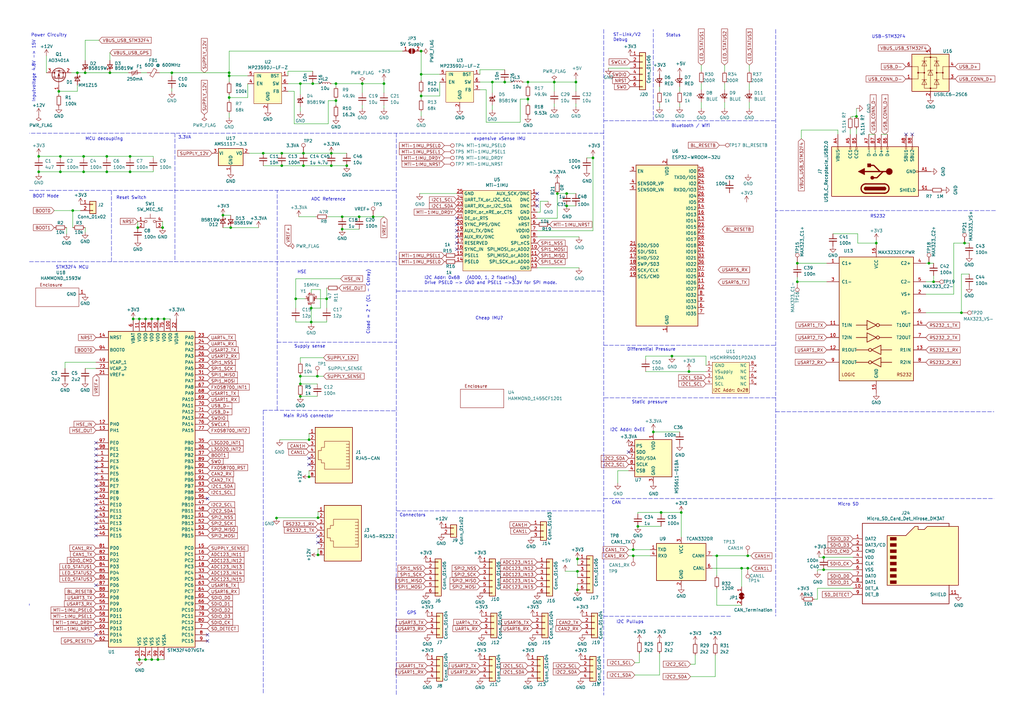
<source format=kicad_sch>
(kicad_sch (version 20211123) (generator eeschema)
  (paper "A3")
  (title_block (title "STM32F4 Variometer") (date "2020-10-24") (rev "0.1") (company "Maximilian Betz") (comment 1 "First Version of Schematic"))
  (junction (at 123.19 154.305))
  (junction (at 133.985 122.555))
  (junction (at 140.335 88.9))
  (junction (at 43.815 70.485))
  (junction (at 53.34 64.135))
  (junction (at 66.675 93.345))
  (junction (at 64.77 130.81))
  (junction (at 201.93 33.655))
  (junction (at 123.19 34.29))
  (junction (at 327.025 107.95))
  (junction (at 130.429 227.584))
  (junction (at 395.605 99.695))
  (junction (at 127.635 126.365))
  (junction (at 157.48 34.29))
  (junction (at 93.98 31.115))
  (junction (at 130.175 154.305))
  (junction (at 172.72 39.37))
  (junction (at 135.89 67.945))
  (junction (at 232.41 84.455))
  (junction (at 15.875 70.485))
  (junction (at 123.19 162.56))
  (junction (at 107.95 62.865))
  (junction (at 381 107.95))
  (junction (at 115.57 67.945))
  (junction (at 279.4 210.185))
  (junction (at 137.795 41.275))
  (junction (at 228.6 79.375))
  (junction (at 259.715 225.425))
  (junction (at 62.23 130.81))
  (junction (at 34.29 64.135))
  (junction (at 216.535 40.64))
  (junction (at 124.46 62.865))
  (junction (at 53.34 70.485))
  (junction (at 236.855 234.315))
  (junction (at 70.485 29.845))
  (junction (at 59.69 270.51))
  (junction (at 294.005 227.965))
  (junction (at 64.77 270.51))
  (junction (at 56.515 93.345))
  (junction (at 121.285 122.555))
  (junction (at 45.085 29.845))
  (junction (at 126.746 180.34))
  (junction (at 43.815 64.135))
  (junction (at 93.98 40.005))
  (junction (at 137.795 34.29))
  (junction (at 62.23 270.51))
  (junction (at 359.41 99.695))
  (junction (at 31.75 29.845))
  (junction (at 59.69 130.81))
  (junction (at 236.855 241.935))
  (junction (at 29.845 86.36))
  (junction (at 351.282 47.752))
  (junction (at 24.765 70.485))
  (junction (at 126.746 195.58))
  (junction (at 24.765 64.135))
  (junction (at 275.59 146.05))
  (junction (at 115.57 62.865))
  (junction (at 382.905 115.57))
  (junction (at 57.15 130.81))
  (junction (at 24.13 37.465))
  (junction (at 57.15 270.51))
  (junction (at 243.205 64.77))
  (junction (at 123.19 157.48))
  (junction (at 394.335 128.27))
  (junction (at 113.411 212.471))
  (junction (at 227.33 33.655))
  (junction (at 142.24 67.945))
  (junction (at 259.715 227.965))
  (junction (at 271.145 210.185))
  (junction (at 337.82 233.68))
  (junction (at 54.61 130.81))
  (junction (at 147.32 88.9))
  (junction (at 337.82 228.6))
  (junction (at 91.44 88.265))
  (junction (at 93.98 29.845))
  (junction (at 304.165 233.045))
  (junction (at 34.925 29.845))
  (junction (at 261.62 215.9))
  (junction (at 135.89 62.865))
  (junction (at 128.27 34.29))
  (junction (at 94.615 93.345))
  (junction (at 172.72 20.955))
  (junction (at 236.855 229.235))
  (junction (at 236.22 33.655))
  (junction (at 127.635 132.08))
  (junction (at 282.575 152.4))
  (junction (at 232.41 79.375))
  (junction (at 15.875 64.135))
  (junction (at 216.535 33.655))
  (junction (at 124.46 67.945))
  (junction (at 207.01 33.655))
  (junction (at 148.59 34.29))
  (junction (at 153.035 88.9))
  (junction (at 306.705 233.045))
  (junction (at 140.335 93.98))
  (junction (at 306.705 227.965))
  (junction (at 130.429 212.344))
  (junction (at 34.29 70.485))
  (junction (at 267.97 177.165))
  (junction (at 327.025 115.57))
  (junction (at 67.31 130.81))
  (junction (at 172.72 30.48))
  (no_connect (at 85.09 204.47))
  (no_connect (at 39.37 186.69))
  (no_connect (at 85.09 262.89))
  (no_connect (at 39.37 217.17))
  (no_connect (at 39.37 199.39))
  (no_connect (at 39.37 194.31))
  (no_connect (at 39.37 184.15))
  (no_connect (at 39.37 201.93))
  (no_connect (at 39.37 204.47))
  (no_connect (at 374.142 55.118))
  (no_connect (at 39.37 191.77))
  (no_connect (at 126.746 190.5))
  (no_connect (at 187.325 97.155))
  (no_connect (at 187.325 94.615))
  (no_connect (at 220.345 81.915))
  (no_connect (at 39.37 212.09))
  (no_connect (at 39.37 214.63))
  (no_connect (at 39.37 189.23))
  (no_connect (at 187.325 92.075))
  (no_connect (at 220.345 79.375))
  (no_connect (at 39.37 207.01))
  (no_connect (at 130.429 222.504))
  (no_connect (at 39.37 181.61))
  (no_connect (at 187.325 102.235))
  (no_connect (at 39.37 219.71))
  (no_connect (at 85.09 260.35))
  (no_connect (at 220.345 84.455))
  (no_connect (at 187.325 89.535))
  (no_connect (at 187.325 99.695))
  (no_connect (at 39.37 209.55))
  (no_connect (at 257.81 185.42))
  (no_connect (at 371.602 55.118))
  (no_connect (at 39.37 260.35))
  (no_connect (at 130.429 219.964))
  (no_connect (at 126.746 187.96))
  (no_connect (at 39.37 240.03))
  (no_connect (at 39.37 196.85))
  (wire (pts (xy 120.65 37.465) (xy 120.65 50.8)))
  (wire (pts (xy 283.21 272.415) (xy 285.115 272.415)))
  (wire (pts (xy 328.676 56.896) (xy 328.676 53.34)))
  (wire (pts (xy 327.025 115.57) (xy 339.09 115.57)))
  (wire (pts (xy 62.865 70.485) (xy 62.865 69.85)))
  (wire (pts (xy 130.429 225.044) (xy 130.429 227.584)))
  (wire (pts (xy 287.655 44.45) (xy 287.655 41.91)))
  (wire (pts (xy 129.54 88.9) (xy 122.555 88.9)))
  (wire (pts (xy 236.22 43.815) (xy 236.22 42.545)))
  (wire (pts (xy 264.795 146.05) (xy 264.795 147.32)))
  (wire (pts (xy 279.4 210.185) (xy 279.4 220.345)))
  (wire (pts (xy 24.765 64.77) (xy 24.765 64.135)))
  (wire (pts (xy 278.765 37.465) (xy 278.765 35.56)))
  (polyline (pts (xy 12.065 248.285) (xy 12.065 247.65)))
  (wire (pts (xy 130.429 209.804) (xy 130.429 212.344)))
  (wire (pts (xy 395.605 99.695) (xy 397.51 99.695)))
  (wire (pts (xy 231.775 234.315) (xy 236.855 234.315)))
  (wire (pts (xy 258.445 27.94) (xy 249.555 27.94)))
  (wire (pts (xy 128.27 34.29) (xy 123.19 34.29)))
  (wire (pts (xy 356.362 55.118) (xy 358.902 55.118)))
  (wire (pts (xy 34.29 64.77) (xy 34.29 64.135)))
  (wire (pts (xy 153.035 88.9) (xy 147.32 88.9)))
  (wire (pts (xy 227.33 43.815) (xy 227.33 42.545)))
  (wire (pts (xy 275.59 146.05) (xy 289.56 146.05)))
  (wire (pts (xy 337.82 228.6) (xy 335.915 228.6)))
  (wire (pts (xy 201.93 43.18) (xy 201.93 45.085)))
  (wire (pts (xy 126.746 193.04) (xy 126.746 195.58)))
  (wire (pts (xy 289.56 149.86) (xy 289.56 146.05)))
  (wire (pts (xy 236.855 236.855) (xy 236.855 234.315)))
  (wire (pts (xy 147.32 93.98) (xy 140.335 93.98)))
  (wire (pts (xy 34.29 70.485) (xy 43.815 70.485)))
  (wire (pts (xy 123.19 38.735) (xy 123.19 34.29)))
  (wire (pts (xy 137.795 41.275) (xy 134.62 41.275)))
  (wire (pts (xy 34.925 16.51) (xy 40.64 16.51)))
  (polyline (pts (xy 247.65 54.61) (xy 12.065 54.61)))
  (wire (pts (xy 53.34 70.485) (xy 62.865 70.485)))
  (wire (pts (xy 115.57 62.865) (xy 107.95 62.865)))
  (wire (pts (xy 351.79 99.695) (xy 359.41 99.695)))
  (wire (pts (xy 307.975 233.045) (xy 306.705 233.045)))
  (wire (pts (xy 45.085 29.845) (xy 52.705 29.845)))
  (wire (pts (xy 349.504 48.006) (xy 349.504 47.752)))
  (wire (pts (xy 282.575 152.4) (xy 282.575 151.765)))
  (polyline (pts (xy 107.95 168.275) (xy 162.814 168.529)))
  (wire (pts (xy 134.62 41.275) (xy 134.62 50.8)))
  (wire (pts (xy 131.445 126.365) (xy 127.635 126.365)))
  (wire (pts (xy 132.715 154.305) (xy 130.175 154.305)))
  (wire (pts (xy 53.34 64.135) (xy 62.865 64.135)))
  (wire (pts (xy 15.875 63.5) (xy 15.875 64.135)))
  (wire (pts (xy 327.025 113.665) (xy 327.025 115.57)))
  (wire (pts (xy 157.48 38.1) (xy 157.48 34.29)))
  (wire (pts (xy 379.73 115.57) (xy 382.905 115.57)))
  (wire (pts (xy 157.48 88.9) (xy 153.035 88.9)))
  (wire (pts (xy 237.49 109.855) (xy 220.345 109.855)))
  (wire (pts (xy 267.97 177.165) (xy 267.97 177.8)))
  (wire (pts (xy 29.845 93.345) (xy 29.845 86.36)))
  (wire (pts (xy 113.411 212.344) (xy 113.411 212.471)))
  (polyline (pts (xy 247.65 204.47) (xy 407.67 204.47)))
  (wire (pts (xy 113.411 212.344) (xy 130.429 212.344)))
  (wire (pts (xy 382.905 107.95) (xy 381 107.95)))
  (wire (pts (xy 327.025 107.95) (xy 327.025 108.585)))
  (wire (pts (xy 121.285 122.555) (xy 125.095 122.555)))
  (wire (pts (xy 172.72 40.64) (xy 172.72 39.37)))
  (wire (pts (xy 121.285 114.3) (xy 139.7 114.3)))
  (wire (pts (xy 24.13 38.735) (xy 24.13 37.465)))
  (wire (pts (xy 127.635 125.095) (xy 127.635 126.365)))
  (wire (pts (xy 283.21 277.495) (xy 293.37 277.495)))
  (wire (pts (xy 26.67 148.59) (xy 39.37 148.59)))
  (wire (pts (xy 287.655 26.67) (xy 287.655 29.21)))
  (wire (pts (xy 243.205 64.135) (xy 243.205 64.77)))
  (wire (pts (xy 135.89 62.865) (xy 124.46 62.865)))
  (wire (pts (xy 172.72 20.955) (xy 172.72 30.48)))
  (wire (pts (xy 271.145 210.185) (xy 271.145 210.82)))
  (wire (pts (xy 137.795 34.29) (xy 135.89 34.29)))
  (polyline (pts (xy 408.305 86.36) (xy 318.135 86.36)))
  (wire (pts (xy 19.05 22.86) (xy 19.05 29.845)))
  (wire (pts (xy 121.285 132.08) (xy 121.285 131.445)))
  (wire (pts (xy 31.75 29.845) (xy 29.21 29.845)))
  (wire (pts (xy 232.41 79.375) (xy 228.6 79.375)))
  (wire (pts (xy 339.09 107.95) (xy 327.025 107.95)))
  (wire (pts (xy 148.59 44.45) (xy 148.59 43.18)))
  (wire (pts (xy 29.845 86.36) (xy 33.02 86.36)))
  (wire (pts (xy 292.1 233.045) (xy 304.165 233.045)))
  (wire (pts (xy 351.282 47.752) (xy 351.282 44.45)))
  (wire (pts (xy 15.875 64.135) (xy 15.875 64.77)))
  (wire (pts (xy 349.885 228.6) (xy 337.82 228.6)))
  (wire (pts (xy 207.01 33.655) (xy 209.55 33.655)))
  (wire (pts (xy 93.98 41.275) (xy 93.98 40.005)))
  (wire (pts (xy 142.24 62.865) (xy 135.89 62.865)))
  (wire (pts (xy 137.795 41.275) (xy 137.795 43.18)))
  (wire (pts (xy 93.98 40.005) (xy 93.98 38.735)))
  (wire (pts (xy 34.925 24.765) (xy 34.925 16.51)))
  (wire (pts (xy 341.63 95.885) (xy 351.79 95.885)))
  (wire (pts (xy 123.19 43.815) (xy 123.19 45.72)))
  (wire (pts (xy 253.365 193.04) (xy 253.365 198.12)))
  (wire (pts (xy 271.145 215.9) (xy 261.62 215.9)))
  (wire (pts (xy 335.28 241.3) (xy 349.885 241.3)))
  (wire (pts (xy 266.7 225.425) (xy 259.715 225.425)))
  (wire (pts (xy 128.27 29.21) (xy 118.11 29.21)))
  (polyline (pts (xy 247.65 252.73) (xy 299.72 252.73)))
  (wire (pts (xy 334.01 245.745) (xy 335.28 245.745)))
  (wire (pts (xy 121.285 122.555) (xy 121.285 114.3)))
  (wire (pts (xy 335.28 233.68) (xy 335.28 234.315)))
  (wire (pts (xy 118.11 29.21) (xy 118.11 31.115)))
  (polyline (pts (xy 267.97 49.53) (xy 267.97 12.065)))
  (wire (pts (xy 328.676 53.34) (xy 343.662 53.34)))
  (wire (pts (xy 57.15 130.81) (xy 54.61 130.81)))
  (wire (pts (xy 130.175 157.48) (xy 123.19 157.48)))
  (wire (pts (xy 349.504 47.752) (xy 351.282 47.752)))
  (wire (pts (xy 236.22 37.465) (xy 236.22 33.655)))
  (wire (pts (xy 127.635 120.015) (xy 127.635 118.745)))
  (wire (pts (xy 224.79 82.55) (xy 221.615 82.55)))
  (wire (pts (xy 94.615 93.345) (xy 91.44 93.345)))
  (wire (pts (xy 294.005 241.3) (xy 294.005 248.285)))
  (wire (pts (xy 172.085 79.375) (xy 187.325 79.375)))
  (polyline (pts (xy 12.065 78.105) (xy 162.56 78.105)))
  (wire (pts (xy 216.535 40.64) (xy 216.535 42.545)))
  (wire (pts (xy 337.82 233.68) (xy 335.28 233.68)))
  (wire (pts (xy 62.23 130.81) (xy 59.69 130.81)))
  (wire (pts (xy 278.765 43.815) (xy 278.765 42.545)))
  (wire (pts (xy 123.19 146.685) (xy 123.19 148.59)))
  (wire (pts (xy 94.615 88.265) (xy 91.44 88.265)))
  (wire (pts (xy 348.742 55.118) (xy 348.742 53.086)))
  (wire (pts (xy 180.34 30.48) (xy 172.72 30.48)))
  (wire (pts (xy 391.16 99.695) (xy 395.605 99.695)))
  (wire (pts (xy 297.18 44.45) (xy 297.18 41.91)))
  (wire (pts (xy 64.77 130.81) (xy 62.23 130.81)))
  (wire (pts (xy 134.62 88.9) (xy 140.335 88.9)))
  (wire (pts (xy 123.19 157.48) (xy 123.19 154.305)))
  (wire (pts (xy 359.41 98.425) (xy 359.41 99.695)))
  (polyline (pts (xy 247.65 141.605) (xy 318.135 141.605)))
  (wire (pts (xy 261.62 210.185) (xy 261.62 210.82)))
  (wire (pts (xy 267.97 176.53) (xy 267.97 177.165)))
  (wire (pts (xy 257.81 227.965) (xy 259.715 227.965)))
  (wire (pts (xy 121.285 126.365) (xy 121.285 122.555)))
  (wire (pts (xy 148.59 38.1) (xy 148.59 34.29)))
  (wire (pts (xy 257.81 225.425) (xy 259.715 225.425)))
  (wire (pts (xy 335.28 245.745) (xy 335.28 241.3)))
  (wire (pts (xy 220.345 97.155) (xy 237.49 97.155)))
  (polyline (pts (xy 45.72 107.315) (xy 45.72 78.105)))
  (wire (pts (xy 34.29 64.135) (xy 43.815 64.135)))
  (wire (pts (xy 137.795 34.29) (xy 148.59 34.29)))
  (wire (pts (xy 93.98 31.115) (xy 93.98 33.655)))
  (wire (pts (xy 180.34 39.37) (xy 172.72 39.37)))
  (wire (pts (xy 287.655 36.83) (xy 287.655 34.29)))
  (wire (pts (xy 307.34 26.67) (xy 307.34 29.21)))
  (wire (pts (xy 232.41 79.375) (xy 236.22 79.375)))
  (wire (pts (xy 307.34 44.45) (xy 307.34 41.91)))
  (wire (pts (xy 107.95 62.865) (xy 102.235 62.865)))
  (wire (pts (xy 124.46 67.945) (xy 135.89 67.945)))
  (wire (pts (xy 289.56 152.4) (xy 282.575 152.4)))
  (wire (pts (xy 70.485 29.845) (xy 93.98 29.845)))
  (wire (pts (xy 382.905 115.57) (xy 382.905 113.03)))
  (wire (pts (xy 62.865 64.135) (xy 62.865 64.77)))
  (wire (pts (xy 381 107.95) (xy 379.73 107.95)))
  (wire (pts (xy 275.59 146.05) (xy 264.795 146.05)))
  (wire (pts (xy 56.515 93.345) (xy 56.515 90.805)))
  (wire (pts (xy 359.41 99.695) (xy 359.41 100.33)))
  (polyline (pts (xy 247.65 12.065) (xy 247.65 285.115)))
  (wire (pts (xy 127.635 118.745) (xy 131.445 118.745)))
  (wire (pts (xy 221.615 82.55) (xy 221.615 86.995)))
  (wire (pts (xy 221.615 86.995) (xy 220.345 86.995)))
  (wire (pts (xy 260.35 271.78) (xy 262.255 271.78)))
  (wire (pts (xy 297.18 26.67) (xy 297.18 29.21)))
  (wire (pts (xy 266.7 227.965) (xy 259.715 227.965)))
  (wire (pts (xy 306.705 227.965) (xy 307.975 227.965)))
  (wire (pts (xy 24.765 69.85) (xy 24.765 70.485)))
  (wire (pts (xy 140.335 88.9) (xy 147.32 88.9)))
  (wire (pts (xy 165.1 20.955) (xy 93.98 20.955)))
  (wire (pts (xy 243.205 64.77) (xy 243.205 94.615)))
  (wire (pts (xy 172.72 47.625) (xy 172.72 45.72)))
  (wire (pts (xy 270.51 43.815) (xy 270.51 42.545)))
  (wire (pts (xy 24.765 64.135) (xy 34.29 64.135)))
  (wire (pts (xy 220.345 94.615) (xy 243.205 94.615)))
  (wire (pts (xy 114.681 180.34) (xy 126.746 180.34)))
  (polyline (pts (xy 12.065 107.315) (xy 162.56 107.315)))
  (polyline (pts (xy 107.95 168.275) (xy 107.95 284.48)))
  (wire (pts (xy 236.22 33.655) (xy 227.33 33.655)))
  (wire (pts (xy 27.305 93.345) (xy 27.305 95.885)))
  (wire (pts (xy 93.98 48.26) (xy 93.98 46.355)))
  (wire (pts (xy 67.31 270.51) (xy 64.77 270.51)))
  (wire (pts (xy 45.085 24.765) (xy 45.085 21.59)))
  (wire (pts (xy 127.635 132.715) (xy 127.635 132.08)))
  (wire (pts (xy 107.95 67.945) (xy 115.57 67.945)))
  (wire (pts (xy 157.48 44.45) (xy 157.48 43.18)))
  (wire (pts (xy 118.11 34.29) (xy 123.19 34.29)))
  (wire (pts (xy 15.875 70.485) (xy 24.765 70.485)))
  (wire (pts (xy 264.795 152.4) (xy 282.575 152.4)))
  (wire (pts (xy 220.345 89.535) (xy 228.6 89.535)))
  (wire (pts (xy 43.815 64.77) (xy 43.815 64.135)))
  (wire (pts (xy 101.6 40.005) (xy 93.98 40.005)))
  (wire (pts (xy 199.39 36.83) (xy 196.85 36.83)))
  (wire (pts (xy 39.37 151.13) (xy 34.925 151.13)))
  (wire (pts (xy 130.175 162.56) (xy 123.19 162.56)))
  (wire (pts (xy 157.48 33.02) (xy 157.48 34.29)))
  (wire (pts (xy 213.36 40.64) (xy 213.36 50.165)))
  (polyline (pts (xy 318.135 163.195) (xy 247.65 163.195)))
  (polyline (pts (xy 113.665 168.275) (xy 113.665 78.105)))
  (wire (pts (xy 278.765 177.165) (xy 267.97 177.165)))
  (polyline (pts (xy 247.65 49.53) (xy 318.135 49.53)))
  (wire (pts (xy 123.19 154.305) (xy 123.19 153.67)))
  (wire (pts (xy 134.62 50.8) (xy 120.65 50.8)))
  (wire (pts (xy 216.535 33.655) (xy 214.63 33.655)))
  (wire (pts (xy 137.795 35.56) (xy 137.795 34.29)))
  (wire (pts (xy 270.51 276.86) (xy 270.51 267.97)))
  (wire (pts (xy 132.715 146.685) (xy 123.19 146.685)))
  (wire (pts (xy 351.79 95.885) (xy 351.79 99.695)))
  (wire (pts (xy 271.145 210.185) (xy 261.62 210.185)))
  (wire (pts (xy 137.795 40.64) (xy 137.795 41.275)))
  (wire (pts (xy 31.75 34.925) (xy 31.75 37.465)))
  (wire (pts (xy 59.69 130.81) (xy 57.15 130.81)))
  (wire (pts (xy 22.225 86.36) (xy 29.845 86.36)))
  (wire (pts (xy 70.485 31.115) (xy 70.485 29.845)))
  (wire (pts (xy 240.665 64.77) (xy 243.205 64.77)))
  (wire (pts (xy 292.1 227.965) (xy 294.005 227.965)))
  (wire (pts (xy 31.75 37.465) (xy 24.13 37.465)))
  (wire (pts (xy 31.75 29.845) (xy 34.925 29.845)))
  (wire (pts (xy 15.875 64.135) (xy 24.765 64.135)))
  (wire (pts (xy 293.37 277.495) (xy 293.37 268.605)))
  (wire (pts (xy 43.815 70.485) (xy 53.34 70.485)))
  (wire (pts (xy 394.335 128.27) (xy 394.335 112.395)))
  (wire (pts (xy 64.77 270.51) (xy 62.23 270.51)))
  (wire (pts (xy 101.6 40.005) (xy 101.6 34.29)))
  (wire (pts (xy 115.57 67.945) (xy 124.46 67.945)))
  (wire (pts (xy 351.282 55.118) (xy 351.282 52.832)))
  (wire (pts (xy 106.045 93.345) (xy 94.615 93.345)))
  (wire (pts (xy 285.115 272.415) (xy 285.115 268.605)))
  (wire (pts (xy 236.22 84.455) (xy 232.41 84.455)))
  (wire (pts (xy 131.445 118.745) (xy 131.445 126.365)))
  (wire (pts (xy 172.72 30.48) (xy 172.72 33.02)))
  (polyline (pts (xy 162.56 54.61) (xy 162.56 285.115)))
  (wire (pts (xy 130.175 122.555) (xy 133.985 122.555)))
  (wire (pts (xy 216.535 40.64) (xy 213.36 40.64)))
  (wire (pts (xy 70.485 37.465) (xy 70.485 36.195)))
  (polyline (pts (xy 162.56 209.55) (xy 247.65 209.55)))
  (wire (pts (xy 172.72 39.37) (xy 172.72 38.1)))
  (wire (pts (xy 348.742 48.006) (xy 349.504 48.006)))
  (wire (pts (xy 34.925 29.845) (xy 45.085 29.845)))
  (wire (pts (xy 127.635 132.08) (xy 121.285 132.08)))
  (wire (pts (xy 199.39 36.83) (xy 199.39 50.165)))
  (wire (pts (xy 34.29 69.85) (xy 34.29 70.485)))
  (wire (pts (xy 304.165 240.665) (xy 304.165 233.045)))
  (wire (pts (xy 101.6 31.115) (xy 93.98 31.115)))
  (wire (pts (xy 207.01 33.655) (xy 201.93 33.655)))
  (polyline (pts (xy 318.135 168.91) (xy 407.67 168.91)))
  (wire (pts (xy 216.535 40.005) (xy 216.535 40.64)))
  (wire (pts (xy 135.89 67.945) (xy 142.24 67.945)))
  (wire (pts (xy 133.985 118.11) (xy 133.985 122.555)))
  (wire (pts (xy 270.51 37.465) (xy 270.51 35.56)))
  (wire (pts (xy 93.98 20.955) (xy 93.98 29.845)))
  (polyline (pts (xy 113.665 140.335) (xy 162.56 140.335)))
  (wire (pts (xy 59.69 270.51) (xy 57.15 270.51)))
  (wire (pts (xy 294.005 248.285) (xy 304.165 248.285)))
  (wire (pts (xy 67.31 130.81) (xy 64.77 130.81)))
  (wire (pts (xy 294.005 236.22) (xy 294.005 227.965)))
  (wire (pts (xy 257.81 193.04) (xy 253.365 193.04)))
  (wire (pts (xy 128.27 34.29) (xy 130.81 34.29)))
  (wire (pts (xy 43.815 69.85) (xy 43.815 70.485)))
  (wire (pts (xy 307.34 36.83) (xy 307.34 34.29)))
  (polyline (pts (xy 162.56 119.38) (xy 247.65 119.38)))
  (wire (pts (xy 236.855 231.775) (xy 236.855 229.235)))
  (wire (pts (xy 124.46 62.865) (xy 115.57 62.865)))
  (wire (pts (xy 236.855 241.935) (xy 236.855 239.395)))
  (wire (pts (xy 180.34 39.37) (xy 180.34 33.655)))
  (wire (pts (xy 157.48 34.29) (xy 148.59 34.29)))
  (wire (pts (xy 379.73 128.27) (xy 394.335 128.27)))
  (wire (pts (xy 130.175 154.305) (xy 123.19 154.305)))
  (wire (pts (xy 361.442 55.118) (xy 363.982 55.118)))
  (wire (pts (xy 24.765 70.485) (xy 34.29 70.485)))
  (wire (pts (xy 271.145 210.185) (xy 279.4 210.185)))
  (wire (pts (xy 120.65 37.465) (xy 118.11 37.465)))
  (wire (pts (xy 343.662 53.34) (xy 343.662 55.118)))
  (wire (pts (xy 127.635 132.08) (xy 133.985 132.08)))
  (polyline (pts (xy 318.135 12.065) (xy 318.135 252.73)))
  (wire (pts (xy 391.16 99.695) (xy 391.16 120.65)))
  (wire (pts (xy 69.85 130.81) (xy 67.31 130.81)))
  (wire (pts (xy 216.535 33.655) (xy 227.33 33.655)))
  (wire (pts (xy 262.255 271.78) (xy 262.255 267.97)))
  (wire (pts (xy 379.73 120.65) (xy 391.16 120.65)))
  (wire (pts (xy 26.67 151.13) (xy 26.67 148.59)))
  (wire (pts (xy 15.875 70.485) (xy 15.875 69.85)))
  (wire (pts (xy 394.335 112.395) (xy 397.51 112.395)))
  (wire (pts (xy 304.165 233.045) (xy 306.705 233.045)))
  (wire (pts (xy 62.23 270.51) (xy 59.69 270.51)))
  (wire (pts (xy 228.6 79.375) (xy 228.6 89.535)))
  (wire (pts (xy 294.005 227.965) (xy 306.705 227.965)))
  (wire (pts (xy 196.85 33.655) (xy 201.93 33.655)))
  (wire (pts (xy 34.925 95.25) (xy 34.925 93.345)))
  (wire (pts (xy 127.635 126.365) (xy 127.635 132.08)))
  (wire (pts (xy 66.675 93.345) (xy 66.675 90.805)))
  (wire (pts (xy 43.815 64.135) (xy 53.34 64.135)))
  (wire (pts (xy 133.985 132.08) (xy 133.985 131.445)))
  (wire (pts (xy 227.33 37.465) (xy 227.33 33.655)))
  (wire (pts (xy 297.18 36.83) (xy 297.18 34.29)))
  (wire (pts (xy 207.01 28.575) (xy 196.85 28.575)))
  (wire (pts (xy 236.22 32.385) (xy 236.22 33.655)))
  (wire (pts (xy 15.875 71.12) (xy 15.875 70.485)))
  (wire (pts (xy 213.36 50.165) (xy 199.39 50.165)))
  (wire (pts (xy 201.93 38.1) (xy 201.93 33.655)))
  (wire (pts (xy 216.535 34.925) (xy 216.535 33.655)))
  (wire (pts (xy 70.485 29.845) (xy 65.405 29.845)))
  (wire (pts (xy 93.98 31.115) (xy 93.98 29.845)))
  (wire (pts (xy 196.85 28.575) (xy 196.85 30.48)))
  (polyline (pts (xy 71.755 54.61) (xy 71.755 107.315)))
  (wire (pts (xy 53.34 69.85) (xy 53.34 70.485)))
  (wire (pts (xy 349.885 233.68) (xy 337.82 233.68)))
  (wire (pts (xy 133.985 126.365) (xy 133.985 122.555)))
  (wire (pts (xy 53.34 64.77) (xy 53.34 64.135)))
  (wire (pts (xy 260.35 276.86) (xy 270.51 276.86)))
  (wire (pts (xy 126.746 177.8) (xy 126.746 180.34)))
  (wire (pts (xy 60.325 29.845) (xy 57.785 29.845)))
  (text "MCU decoupling" (at 34.925 57.785 0) (effects (font (size 1.27 1.27)) (justify left bottom)))
  (text "Micro SD" (at 343.535 207.645 0) (effects (font (size 1.27 1.27)) (justify left bottom)))
  (text "3.3VA" (at 73.025 57.15 0) (effects (font (size 1.27 1.27)) (justify left bottom)))
  (text "I2C Addr: 0x6B   (ADD0, 1, 2 floating)\nDrive PSEL0 -> GND and PSEL1 ->3.3V for SPI mode. " (at 173.99 116.84 0) (effects (font (size 1.27 1.27)) (justify left bottom)))
  (text "RS232" (at 356.87 89.535 0) (effects (font (size 1.27 1.27)) (justify left bottom)))
  (text "Reset Switch" (at 47.625 81.915 0) (effects (font (size 1.27 1.27)) (justify left bottom)))
  (text "I2C Pullups" (at 252.73 255.905 0) (effects (font (size 1.27 1.27)) (justify left bottom)))
  (text "Static pressure" (at 259.08 165.735 0) (effects (font (size 1.27 1.27)) (justify left bottom)))
  (text "I2C Addr: 0xEE" (at 250.19 177.165 0) (effects (font (size 1.27 1.27)) (justify left bottom)))
  (text "CAN" (at 250.825 207.01 0) (effects (font (size 1.27 1.27)) (justify left bottom)))
  (text "Differential Pressure " (at 257.175 144.145 0) (effects (font (size 1.27 1.27)) (justify left bottom)))
  (text "ST-Link/V2 \nDebug" (at 251.46 17.145 0) (effects (font (size 1.27 1.27)) (justify left bottom)))
  (text "Inputvoltage 4.8V -> 15V\n" (at 14.605 41.91 90) (effects (font (size 1.27 1.27)) (justify left bottom)))
  (text "Cheap IMU?" (at 194.945 131.318 0) (effects (font (size 1.27 1.27)) (justify left bottom)))
  (text "USB-STM32F4" (at 357.505 15.875 0) (effects (font (size 1.27 1.27)) (justify left bottom)))
  (text "expensive xSense IMU  " (at 194.31 57.785 0) (effects (font (size 1.27 1.27)) (justify left bottom)))
  (text "HSE" (at 121.92 112.395 0) (effects (font (size 1.27 1.27)) (justify left bottom)))
  (text "GPS" (at 166.878 252.222 0) (effects (font (size 1.27 1.27)) (justify left bottom)))
  (text "ADC Reference" (at 127.635 82.55 0) (effects (font (size 1.27 1.27)) (justify left bottom)))
  (text "Main RJ45 connector" (at 116.205 171.45 0) (effects (font (size 1.27 1.27)) (justify left bottom)))
  (text "Connectors" (at 163.83 212.09 0) (effects (font (size 1.27 1.27)) (justify left bottom)))
  (text "Supply sense" (at 120.65 142.875 0) (effects (font (size 1.27 1.27)) (justify left bottom)))
  (text "Bluetooth / Wifi" (at 275.336 52.451 0) (effects (font (size 1.27 1.27)) (justify left bottom)))
  (text "Power Circuitry" (at 12.7 15.24 0) (effects (font (size 1.27 1.27)) (justify left bottom)))
  (text "STM32F4 MCU" (at 22.86 110.49 0) (effects (font (size 1.27 1.27)) (justify left bottom)))
  (text "Status" (at 273.05 15.24 0) (effects (font (size 1.27 1.27)) (justify left bottom)))
  (text "Cload = 2 * (CL - Cstray)" (at 151.765 137.16 90) (effects (font (size 1.27 1.27)) (justify left bottom)))
  (text "BOOT Mode" (at 13.335 81.28 0) (effects (font (size 1.27 1.27)) (justify left bottom)))
  (global_label "USART6_RX" (shape input) (at 218.44 257.81 180) (property "Intersheet References" "${INTERSHEET_REFS}" (effects hide)))
  (global_label "NRST" (shape input) (at 56.515 90.805 180) (property "Intersheet References" "${INTERSHEET_REFS}" (effects hide)))
  (global_label "SDIO_D0" (shape input) (at 349.885 236.22 180) (property "Intersheet References" "${INTERSHEET_REFS}" (effects hide)))
  (global_label "USART1_TX" (shape input) (at 339.09 133.35 180) (property "Intersheet References" "${INTERSHEET_REFS}" (effects hide)))
  (global_label "USART1_RX" (shape input) (at 339.09 143.51 180) (property "Intersheet References" "${INTERSHEET_REFS}" (effects hide)))
  (global_label "ADC123_IN15" (shape input) (at 220.345 240.665 180) (property "Intersheet References" "${INTERSHEET_REFS}" (effects hide)))
  (global_label "SPI2_SCK" (shape input) (at 85.09 214.63 0) (property "Intersheet References" "${INTERSHEET_REFS}" (effects hide)))
  (global_label "VBUS_USB_STM32F4" (shape input) (at 40.64 16.51 0) (property "Intersheet References" "${INTERSHEET_REFS}" (effects hide)))
  (global_label "I2C1_SDA" (shape input) (at 260.35 276.86 180) (property "Intersheet References" "${INTERSHEET_REFS}" (effects hide)))
  (global_label "VREF+" (shape input) (at 157.48 88.9 270) (property "Intersheet References" "${INTERSHEET_REFS}" (effects hide)))
  (global_label "SUPPLY_12V" (shape input) (at 83.82 46.99 90) (property "Intersheet References" "${INTERSHEET_REFS}" (effects hide)))
  (global_label "UART4_RX" (shape input) (at 85.09 140.97 0) (property "Intersheet References" "${INTERSHEET_REFS}" (effects hide)))
  (global_label "LED_STATUS3" (shape input) (at 307.34 26.67 90) (property "Intersheet References" "${INTERSHEET_REFS}" (effects hide)))
  (global_label "SDIO_D3" (shape input) (at 349.885 223.52 180) (property "Intersheet References" "${INTERSHEET_REFS}" (effects hide)))
  (global_label "RS232_2_RX" (shape input) (at 379.73 148.59 0) (property "Intersheet References" "${INTERSHEET_REFS}" (effects hide)))
  (global_label "USB_CONN_D+" (shape input) (at 391.795 32.385 0) (property "Intersheet References" "${INTERSHEET_REFS}" (effects hide)))
  (global_label "SPI1_NSS" (shape input) (at 85.09 148.59 0) (property "Intersheet References" "${INTERSHEET_REFS}" (effects hide)))
  (global_label "SD_DETECT" (shape input) (at 349.885 243.84 180) (property "Intersheet References" "${INTERSHEET_REFS}" (effects hide)))
  (global_label "VBUS_USB_GPS" (shape input) (at 45.085 21.59 0) (property "Intersheet References" "${INTERSHEET_REFS}" (effects hide)))
  (global_label "SPI1_MISO" (shape input) (at 220.345 104.775 0) (property "Intersheet References" "${INTERSHEET_REFS}" (effects hide)))
  (global_label "I2C1_SDA" (shape input) (at 85.09 199.39 0) (property "Intersheet References" "${INTERSHEET_REFS}" (effects hide)))
  (global_label "USART6_RX" (shape input) (at 294.513 110.617 0) (property "Intersheet References" "${INTERSHEET_REFS}" (effects hide)))
  (global_label "SPI2_MOSI" (shape input) (at 85.09 219.71 0) (property "Intersheet References" "${INTERSHEET_REFS}" (effects hide)))
  (global_label "GPS_RESETN" (shape input) (at 39.37 262.89 180) (property "Intersheet References" "${INTERSHEET_REFS}" (effects hide)))
  (global_label "USART3_RX" (shape input) (at 39.37 247.65 180) (property "Intersheet References" "${INTERSHEET_REFS}" (effects hide)))
  (global_label "CAN1H" (shape input) (at 126.746 182.88 180) (property "Intersheet References" "${INTERSHEET_REFS}" (effects hide)))
  (global_label "I2C2_SCL" (shape input) (at 85.09 207.01 0) (property "Intersheet References" "${INTERSHEET_REFS}" (effects hide)))
  (global_label "BOOT0" (shape input) (at 39.37 143.51 180) (property "Intersheet References" "${INTERSHEET_REFS}" (effects hide)))
  (global_label "RS232_1_TX" (shape input) (at 379.73 133.35 0) (property "Intersheet References" "${INTERSHEET_REFS}" (effects hide)))
  (global_label "HSE_OUT" (shape input) (at 139.065 118.11 0) (property "Intersheet References" "${INTERSHEET_REFS}" (effects hide)))
  (global_label "CAN1H" (shape input) (at 307.975 227.965 0) (property "Intersheet References" "${INTERSHEET_REFS}" (effects hide)))
  (global_label "ADC123_IN14" (shape input) (at 85.09 234.95 0) (property "Intersheet References" "${INTERSHEET_REFS}" (effects hide)))
  (global_label "SWO" (shape input) (at 85.09 189.23 0) (property "Intersheet References" "${INTERSHEET_REFS}" (effects hide)))
  (global_label "USB_D-" (shape input) (at 85.09 166.37 0) (property "Intersheet References" "${INTERSHEET_REFS}" (effects hide)))
  (global_label "CAN1L" (shape input) (at 307.975 233.045 0) (property "Intersheet References" "${INTERSHEET_REFS}" (effects hide)))
  (global_label "USB_D+" (shape input) (at 391.795 27.305 0) (property "Intersheet References" "${INTERSHEET_REFS}" (effects hide)))
  (global_label "SPI2_NSS" (shape input) (at 196.85 233.045 180) (property "Intersheet References" "${INTERSHEET_REFS}" (effects hide)))
  (global_label "SDIO_D3" (shape input) (at 85.09 252.73 0) (property "Intersheet References" "${INTERSHEET_REFS}" (effects hide)))
  (global_label "LED_STATUS1" (shape input) (at 39.37 232.41 180) (property "Intersheet References" "${INTERSHEET_REFS}" (effects hide)))
  (global_label "SDIO_D2" (shape input) (at 349.885 220.98 180) (property "Intersheet References" "${INTERSHEET_REFS}" (effects hide)))
  (global_label "SPI1_SCK" (shape input) (at 85.09 151.13 0) (property "Intersheet References" "${INTERSHEET_REFS}" (effects hide)))
  (global_label "UART4_TX" (shape input) (at 85.09 138.43 0) (property "Intersheet References" "${INTERSHEET_REFS}" (effects hide)))
  (global_label "I2C2_SDA" (shape input) (at 283.21 277.495 180) (property "Intersheet References" "${INTERSHEET_REFS}" (effects hide)))
  (global_label "ADC123_IN13" (shape input) (at 220.345 235.585 180) (property "Intersheet References" "${INTERSHEET_REFS}" (effects hide)))
  (global_label "SPI1_NSS" (shape input) (at 220.345 99.695 0) (property "Intersheet References" "${INTERSHEET_REFS}" (effects hide)))
  (global_label "SUPPLY_12V" (shape input) (at 132.715 146.685 0) (property "Intersheet References" "${INTERSHEET_REFS}" (effects hide)))
  (global_label "USART6_TX" (shape input) (at 85.09 240.03 0) (property "Intersheet References" "${INTERSHEET_REFS}" (effects hide)))
  (global_label "MTi-1IMU_NRST" (shape input) (at 39.37 257.81 180) (property "Intersheet References" "${INTERSHEET_REFS}" (effects hide)))
  (global_label "NRST" (shape input) (at 258.445 33.02 180) (property "Intersheet References" "${INTERSHEET_REFS}" (effects hide)))
  (global_label "I2C2_SDA" (shape input) (at 85.09 209.55 0) (property "Intersheet References" "${INTERSHEET_REFS}" (effects hide)))
  (global_label "SUPPLY_SENSE" (shape input) (at 132.715 154.305 0) (property "Intersheet References" "${INTERSHEET_REFS}" (effects hide)))
  (global_label "SWCLK" (shape input) (at 258.445 25.4 180) (property "Intersheet References" "${INTERSHEET_REFS}" (effects hide)))
  (global_label "SWDIO" (shape input) (at 85.09 171.45 0) (property "Intersheet References" "${INTERSHEET_REFS}" (effects hide)))
  (global_label "BL_RESETB" (shape input) (at 295.021 59.563 180) (property "Intersheet References" "${INTERSHEET_REFS}" (effects hide)))
  (global_label "I2C1_SDA" (shape input) (at 289.56 154.94 180) (property "Intersheet References" "${INTERSHEET_REFS}" (effects hide)))
  (global_label "MTi-1IMU_DRDY" (shape input) (at 187.325 86.995 180) (property "Intersheet References" "${INTERSHEET_REFS}" (effects hide)))
  (global_label "RS232_2_TX" (shape input) (at 379.73 138.43 0) (property "Intersheet References" "${INTERSHEET_REFS}" (effects hide)))
  (global_label "USART1_RX" (shape input) (at 85.09 163.83 0) (property "Intersheet References" "${INTERSHEET_REFS}" (effects hide)))
  (global_label "SPI1_MISO" (shape input) (at 174.625 238.125 180) (property "Intersheet References" "${INTERSHEET_REFS}" (effects hide)))
  (global_label "FXOS8700_RST" (shape input) (at 85.09 191.77 0) (property "Intersheet References" "${INTERSHEET_REFS}" (effects hide)))
  (global_label "CAN1_RX" (shape input) (at 39.37 224.79 180) (property "Intersheet References" "${INTERSHEET_REFS}" (effects hide)))
  (global_label "ADC123_IN15" (shape input) (at 85.09 237.49 0) (property "Intersheet References" "${INTERSHEET_REFS}" (effects hide)))
  (global_label "LED_STATUS1" (shape input) (at 287.655 26.67 90) (property "Intersheet References" "${INTERSHEET_REFS}" (effects hide)))
  (global_label "SWDIO" (shape input) (at 258.445 30.48 180) (property "Intersheet References" "${INTERSHEET_REFS}" (effects hide)))
  (global_label "SDIO_CMD" (shape input) (at 39.37 229.87 180) (property "Intersheet References" "${INTERSHEET_REFS}" (effects hide)))
  (global_label "CAN1L" (shape input) (at 217.805 217.805 180) (property "Intersheet References" "${INTERSHEET_REFS}" (effects hide)))
  (global_label "USB_CONN_D-" (shape input) (at 371.475 32.385 180) (property "Intersheet References" "${INTERSHEET_REFS}" (effects hide)))
  (global_label "SDIO_D1" (shape input) (at 349.885 238.76 180) (property "Intersheet References" "${INTERSHEET_REFS}" (effects hide)))
  (global_label "I2C1_SCL" (shape input) (at 260.35 271.78 180) (property "Intersheet References" "${INTERSHEET_REFS}" (effects hide)))
  (global_label "RS232_1_RX" (shape input) (at 379.73 143.51 0) (property "Intersheet References" "${INTERSHEET_REFS}" (effects hide)))
  (global_label "MTi-1IMU_PSEL1" (shape input) (at 182.245 62.23 180) (property "Intersheet References" "${INTERSHEET_REFS}" (effects hide)))
  (global_label "CAN1_TX" (shape input) (at 257.81 225.425 180) (property "Intersheet References" "${INTERSHEET_REFS}" (effects hide)))
  (global_label "SUPPLY_SENSE" (shape input) (at 85.09 224.79 0) (property "Intersheet References" "${INTERSHEET_REFS}" (effects hide)))
  (global_label "FXOS8700_INT2" (shape input) (at 85.09 176.53 0) (property "Intersheet References" "${INTERSHEET_REFS}" (effects hide)))
  (global_label "SDIO_CK" (shape input) (at 85.09 255.27 0) (property "Intersheet References" "${INTERSHEET_REFS}" (effects hide)))
  (global_label "MTi-1IMU_DRDY" (shape input) (at 182.245 64.77 180) (property "Intersheet References" "${INTERSHEET_REFS}" (effects hide)))
  (global_label "BOOT0" (shape input) (at 22.225 86.36 180) (property "Intersheet References" "${INTERSHEET_REFS}" (effects hide)))
  (global_label "CAN2_RX" (shape input) (at 238.76 257.81 180) (property "Intersheet References" "${INTERSHEET_REFS}" (effects hide)))
  (global_label "USART1_TX" (shape input) (at 175.26 273.05 180) (property "Intersheet References" "${INTERSHEET_REFS}" (effects hide)))
  (global_label "SPI1_MISO" (shape input) (at 85.09 153.67 0) (property "Intersheet References" "${INTERSHEET_REFS}" (effects hide)))
  (global_label "USART2_RX" (shape input) (at 339.09 148.59 180) (property "Intersheet References" "${INTERSHEET_REFS}" (effects hide)))
  (global_label "SPI2_MISO" (shape input) (at 196.85 238.125 180) (property "Intersheet References" "${INTERSHEET_REFS}" (effects hide)))
  (global_label "USART6_TX" (shape input) (at 294.513 115.697 0) (property "Intersheet References" "${INTERSHEET_REFS}" (effects hide)))
  (global_label "I2C2_SDA" (shape input) (at 238.125 275.59 180) (property "Intersheet References" "${INTERSHEET_REFS}" (effects hide)))
  (global_label "SPI2_MOSI" (shape input) (at 196.85 240.665 180) (property "Intersheet References" "${INTERSHEET_REFS}" (effects hide)))
  (global_label "I2C1_SCL" (shape input) (at 85.09 201.93 0) (property "Intersheet References" "${INTERSHEET_REFS}" (effects hide)))
  (global_label "I2C1_SDA" (shape input) (at 216.535 275.59 180) (property "Intersheet References" "${INTERSHEET_REFS}" (effects hide)))
  (global_label "SPI1_MOSI" (shape input) (at 220.345 102.235 0) (property "Intersheet References" "${INTERSHEET_REFS}" (effects hide)))
  (global_label "RS232_1_TX" (shape input) (at 130.429 217.424 180) (property "Intersheet References" "${INTERSHEET_REFS}" (effects hide)))
  (global_label "MTi-1IMU_PSEL0" (shape input) (at 39.37 250.19 180) (property "Intersheet References" "${INTERSHEET_REFS}" (effects hide)))
  (global_label "I2C1_SDA" (shape input) (at 187.325 84.455 180) (property "Intersheet References" "${INTERSHEET_REFS}" (effects hide)))
  (global_label "SPI1_SCK" (shape input) (at 174.625 235.585 180) (property "Intersheet References" "${INTERSHEET_REFS}" (effects hide)))
  (global_label "L3GD20_INT2" (shape input) (at 85.09 184.15 0) (property "Intersheet References" "${INTERSHEET_REFS}" (effects hide)))
  (global_label "MTi-1IMU_NRST" (shape input) (at 182.245 67.31 180) (property "Intersheet References" "${INTERSHEET_REFS}" (effects hide)))
  (global_label "SDIO_D0" (shape input) (at 85.09 245.11 0) (property "Intersheet References" "${INTERSHEET_REFS}" (effects hide)))
  (global_label "I2C1_SCL" (shape input) (at 289.56 157.48 180) (property "Intersheet References" "${INTERSHEET_REFS}" (effects hide)))
  (global_label "SPI1_MOSI" (shape input) (at 174.625 240.665 180) (property "Intersheet References" "${INTERSHEET_REFS}" (effects hide)))
  (global_label "CAN1_RX" (shape input) (at 257.81 227.965 180) (property "Intersheet References" "${INTERSHEET_REFS}" (effects hide)))
  (global_label "SPI1_SCK" (shape input) (at 220.345 107.315 0) (property "Intersheet References" "${INTERSHEET_REFS}" (effects hide)))
  (global_label "BL_RESETB" (shape input) (at 39.37 242.57 180) (property "Intersheet References" "${INTERSHEET_REFS}" (effects hide)))
  (global_label "ADC123_IN11" (shape input) (at 85.09 227.33 0) (property "Intersheet References" "${INTERSHEET_REFS}" (effects hide)))
  (global_label "HSE_IN" (shape input) (at 139.7 114.3 0) (property "Intersheet References" "${INTERSHEET_REFS}" (effects hide)))
  (global_label "CAN2_TX" (shape input) (at 85.09 196.85 0) (property "Intersheet References" "${INTERSHEET_REFS}" (effects hide)))
  (global_label "CAN1_TX" (shape input) (at 39.37 227.33 180) (property "Intersheet References" "${INTERSHEET_REFS}" (effects hide)))
  (global_label "ADC123_IN13" (shape input) (at 85.09 232.41 0) (property "Intersheet References" "${INTERSHEET_REFS}" (effects hide)))
  (global_label "USB_CONN_D+" (shape input) (at 362.966 55.118 90) (property "Intersheet References" "${INTERSHEET_REFS}" (effects hide)))
  (global_label "HSE_IN" (shape input) (at 39.37 173.99 180) (property "Intersheet References" "${INTERSHEET_REFS}" (effects hide)))
  (global_label "USB_D-" (shape input) (at 371.475 27.305 180) (property "Intersheet References" "${INTERSHEET_REFS}" (effects hide)))
  (global_label "USART1_TX" (shape input) (at 85.09 161.29 0) (property "Intersheet References" "${INTERSHEET_REFS}" (effects hide)))
  (global_label "UART4_TX" (shape input) (at 197.485 255.27 180) (property "Intersheet References" "${INTERSHEET_REFS}" (effects hide)))
  (global_label "USART6_TX" (shape input) (at 218.44 255.27 180) (property "Intersheet References" "${INTERSHEET_REFS}" (effects hide)))
  (global_label "SPI1_MOSI" (shape input) (at 85.09 156.21 0) (property "Intersheet References" "${INTERSHEET_REFS}" (effects hide)))
  (global_label "SDIO_D2" (shape input) (at 85.09 250.19 0) (property "Intersheet References" "${INTERSHEET_REFS}" (effects hide)))
  (global_label "USART2_RX" (shape input) (at 85.09 146.05 0) (property "Intersheet References" "${INTERSHEET_REFS}" (effects hide)))
  (global_label "USART2_TX" (shape input) (at 196.85 273.05 180) (property "Intersheet References" "${INTERSHEET_REFS}" (effects hide)))
  (global_label "I2C1_SCL" (shape input) (at 187.325 81.915 180) (property "Intersheet References" "${INTERSHEET_REFS}" (effects hide)))
  (global_label "USART3_RX" (shape input) (at 175.26 257.81 180) (property "Intersheet References" "${INTERSHEET_REFS}" (effects hide)))
  (global_label "USART2_TX" (shape input) (at 339.09 138.43 180) (property "Intersheet References" "${INTERSHEET_REFS}" (effects hide)))
  (global_label "FXOS8700_INT1" (shape input) (at 85.09 158.75 0) (property "Intersheet References" "${INTERSHEET_REFS}" (effects hide)))
  (global_label "MTi-1IMU_NRST" (shape input) (at 225.425 92.075 0) (property "Intersheet References" "${INTERSHEET_REFS}" (effects hide)))
  (global_label "I2C2_SCL" (shape input) (at 283.21 272.415 180) (property "Intersheet References" "${INTERSHEET_REFS}" (effects hide)))
  (global_label "SPI2_NSS" (shape input) (at 85.09 212.09 0) (property "Intersheet References" "${INTERSHEET_REFS}" (effects hide)))
  (global_label "LED_STATUS2" (shape input) (at 297.18 26.67 90) (property "Intersheet References" "${INTERSHEET_REFS}" (effects hide)))
  (global_label "MTi-1IMU_PSEL1" (shape input) (at 182.245 104.775 180) (property "Intersheet References" "${INTERSHEET_REFS}" (effects hide)))
  (global_label "USART2_RX" (shape input) (at 196.85 275.59 180) (property "Intersheet References" "${INTERSHEET_REFS}" (effects hide)))
  (global_label "ADC123_IN11" (shape input) (at 220.345 230.505 180) (property "Intersheet References" "${INTERSHEET_REFS}" (effects hide)))
  (global_label "CAN2_TX" (shape input) (at 238.76 255.27 180) (property "Intersheet References" "${INTERSHEET_REFS}" (effects hide)))
  (global_label "BL_RESETB" (shape input) (at 296.164 93.98 0) (property "Intersheet References" "${INTERSHEET_REFS}" (effects hide)))
  (global_label "HSE_OUT" (shape input) (at 39.37 176.53 180) (property "Intersheet References" "${INTERSHEET_REFS}" (effects hide)))
  (global_label "SWCLK" (shape input) (at 85.09 173.99 0) (property "Intersheet References" "${INTERSHEET_REFS}" (effects hide)))
  (global_label "UART4_RX" (shape input) (at 197.485 257.81 180) (property "Intersheet References" "${INTERSHEET_REFS}" (effects hide)))
  (global_label "VREF+" (shape input) (at 118.11 100.965 90) (property "Intersheet References" "${INTERSHEET_REFS}" (effects hide)))
  (global_label "MTi-1IMU_PSEL1" (shape input) (at 39.37 252.73 180) (property "Intersheet References" "${INTERSHEET_REFS}" (effects hide)))
  (global_label "USART1_RX" (shape input) (at 175.26 275.59 180) (property "Intersheet References" "${INTERSHEET_REFS}" (effects hide)))
  (global_label "BOOT1" (shape input) (at 22.225 93.345 180) (property "Intersheet References" "${INTERSHEET_REFS}" (effects hide)))
  (global_label "SDIO_CK" (shape input) (at 349.885 231.14 180) (property "Intersheet References" "${INTERSHEET_REFS}" (effects hide)))
  (global_label "I2C2_SCL" (shape input) (at 238.125 273.05 180) (property "Intersheet References" "${INTERSHEET_REFS}" (effects hide)))
  (global_label "RS232_1_RX" (shape input) (at 130.429 214.884 180) (property "Intersheet References" "${INTERSHEET_REFS}" (effects hide)))
  (global_label "USART3_TX" (shape input) (at 175.26 255.27 180) (property "Intersheet References" "${INTERSHEET_REFS}" (effects hide)))
  (global_label "BOOT1" (shape input) (at 85.09 186.69 0) (property "Intersheet References" "${INTERSHEET_REFS}" (effects hide)))
  (global_label "CAN1L" (shape input) (at 126.746 185.42 180) (property "Intersheet References" "${INTERSHEET_REFS}" (effects hide)))
  (global_label "I2C2_SCL" (shape input) (at 257.81 190.5 180) (property "Intersheet References" "${INTERSHEET_REFS}" (effects hide)))
  (global_label "USART2_TX" (shape input) (at 85.09 143.51 0) (property "Intersheet References" "${INTERSHEET_REFS}" (effects hide)))
  (global_label "I2C1_SCL" (shape input) (at 216.535 273.05 180) (property "Intersheet References" "${INTERSHEET_REFS}" (effects hide)))
  (global_label "SDIO_D1" (shape input) (at 85.09 247.65 0) (property "Intersheet References" "${INTERSHEET_REFS}" (effects hide)))
  (global_label "SPI2_MISO" (shape input) (at 85.09 217.17 0) (property "Intersheet References" "${INTERSHEET_REFS}" (effects hide)))
  (global_label "MTi-1IMU_PSEL0" (shape input) (at 182.245 107.315 180) (property "Intersheet References" "${INTERSHEET_REFS}" (effects hide)))
  (global_label "I2C2_SDA" (shape input) (at 257.81 187.96 180) (property "Intersheet References" "${INTERSHEET_REFS}" (effects hide)))
  (global_label "MTi-1IMU_PSEL0" (shape input) (at 182.245 59.69 180) (property "Intersheet References" "${INTERSHEET_REFS}" (effects hide)))
  (global_label "SDIO_CMD" (shape input) (at 349.885 226.06 180) (property "Intersheet References" "${INTERSHEET_REFS}" (effects hide)))
  (global_label "CAN2_RX" (shape input) (at 85.09 194.31 0) (property "Intersheet References" "${INTERSHEET_REFS}" (effects hide)))
  (global_label "ADC123_IN12" (shape input) (at 220.345 233.045 180) (property "Intersheet References" "${INTERSHEET_REFS}" (effects hide)))
  (global_label "SUPPLY_12V" (shape input) (at 86.995 62.865 180) (property "Intersheet References" "${INTERSHEET_REFS}" (effects hide)))
  (global_label "VBUS_USB_STM32F4" (shape input) (at 328.676 56.896 270) (property "Intersheet References" "${INTERSHEET_REFS}" (effects hide)))
  (global_label "SUPPLY_12V" (shape input) (at 83.82 29.845 90) (property "Intersheet References" "${INTERSHEET_REFS}" (effects hide)))
  (global_label "USB_CONN_D-" (shape input) (at 358.14 55.118 90) (property "Intersheet References" "${INTERSHEET_REFS}" (effects hide)))
  (global_label "USART6_RX" (shape input) (at 85.09 242.57 0) (property "Intersheet References" "${INTERSHEET_REFS}" (effects hide)))
  (global_label "LED_STATUS3" (shape input) (at 39.37 237.49 180) (property "Intersheet References" "${INTERSHEET_REFS}" (effects hide)))
  (global_label "VBUS_USB_STM32F4" (shape input) (at 381.635 19.685 180) (property "Intersheet References" "${INTERSHEET_REFS}" (effects hide)))
  (global_label "NRST" (shape input) (at 39.37 138.43 180) (property "Intersheet References" "${INTERSHEET_REFS}" (effects hide)))
  (global_label "L3GD20_INT1" (shape input) (at 85.09 181.61 0) (property "Intersheet References" "${INTERSHEET_REFS}" (effects hide)))
  (global_label "VREF+" (shape input) (at 39.37 153.67 270) (property "Intersheet References" "${INTERSHEET_REFS}" (effects hide)))
  (global_label "MTi-1IMU_DRDY" (shape input) (at 39.37 255.27 180) (property "Intersheet References" "${INTERSHEET_REFS}" (effects hide)))
  (global_label "USART3_TX" (shape input) (at 39.37 245.11 180) (property "Intersheet References" "${INTERSHEET_REFS}" (effects hide)))
  (global_label "LED_STATUS2" (shape input) (at 39.37 234.95 180) (property "Intersheet References" "${INTERSHEET_REFS}" (effects hide)))
  (global_label "ADC123_IN14" (shape input) (at 220.345 238.125 180) (property "Intersheet References" "${INTERSHEET_REFS}" (effects hide)))
  (global_label "SD_DETECT" (shape input) (at 85.09 257.81 0) (property "Intersheet References" "${INTERSHEET_REFS}" (effects hide)))
  (global_label "SWO" (shape input) (at 258.445 35.56 180) (property "Intersheet References" "${INTERSHEET_REFS}" (effects hide)))
  (global_label "CAN1H" (shape input) (at 217.805 215.265 180) (property "Intersheet References" "${INTERSHEET_REFS}" (effects hide)))
  (global_label "ADC123_IN12" (shape input) (at 85.09 229.87 0) (property "Intersheet References" "${INTERSHEET_REFS}" (effects hide)))
  (global_label "SPI2_SCK" (shape input) (at 196.85 235.585 180) (property "Intersheet References" "${INTERSHEET_REFS}" (effects hide)))
  (global_label "SPI1_NSS" (shape input) (at 174.625 233.045 180) (property "Intersheet References" "${INTERSHEET_REFS}" (effects hide)))
  (global_label "USB_D+" (shape input) (at 85.09 168.91 0) (property "Intersheet References" "${INTERSHEET_REFS}" (effects hide)))
  (symbol (lib_id "Device:C_Small") (at 26.67 153.67 0) (unit 1)
    (property "Reference" "C3" (at 20.955 153.035 0) (effects (justify left)))
    (property "Value" "2u2" (at 20.955 155.575 0) (effects (justify left)))
    (property "Footprint" "Capacitor_SMD:C_0603_1608Metric" (effects hide))
    (property "LCSC Part #" "C23630" (effects hide))
    (property "LCSC" "C23630" (effects hide))
  )
  (symbol (lib_id "Device:C_Small") (at 34.925 153.67 0) (unit 1)
    (property "Reference" "C5" (at 29.21 153.035 0) (effects (justify left)))
    (property "Value" "2u2" (at 29.21 155.575 0) (effects (justify left)))
    (property "Footprint" "Capacitor_SMD:C_0603_1608Metric" (effects hide))
    (property "LCSC Part #" "C23630" (effects hide))
    (property "LCSC" "C23630" (effects hide))
  )
  (symbol (lib_id "power:GND") (at 26.67 156.21 0) (unit 1)
    (property "Reference" "#PWR06" (effects hide))
    (property "Value" "GND" (at 26.67 160.02 0))
  )
  (symbol (lib_id "power:GND") (at 34.925 156.21 0) (unit 1)
    (property "Reference" "#PWR010" (effects hide))
    (property "Value" "GND" (at 34.925 160.02 0))
  )
  (symbol (lib_id "Device:R_Small") (at 32.385 93.345 270) (unit 1)
    (property "Reference" "R3" (at 32.385 91.44 90))
    (property "Value" "10k" (at 32.385 95.25 90))
    (property "Footprint" "Resistor_SMD:R_0402_1005Metric" (effects hide))
    (property "LCSC Part #" "C25744" (effects hide))
    (property "LCSC" "C25744" (effects hide))
  )
  (symbol (lib_id "power:+3.3V") (at 33.02 83.82 0) (unit 1)
    (property "Reference" "#PWR08" (effects hide))
    (property "Value" "+3.3V" (at 33.02 80.01 0))
  )
  (symbol (lib_id "power:GND") (at 34.925 95.25 0) (unit 1)
    (property "Reference" "#PWR09" (effects hide))
    (property "Value" "GND" (at 34.925 99.06 0))
  )
  (symbol (lib_id "Device:C_Small") (at 15.875 67.31 0) (unit 1)
    (property "Reference" "C1" (at 18.415 66.04 0) (effects (justify left)))
    (property "Value" "4u7" (at 18.415 68.58 0) (effects (justify left)))
    (property "Footprint" "Capacitor_SMD:C_0603_1608Metric" (effects hide))
    (property "LCSC Part #" "C19666" (effects hide))
    (property "LCSC" "C19666" (effects hide))
  )
  (symbol (lib_id "Device:C_Small") (at 24.765 67.31 0) (unit 1)
    (property "Reference" "C2" (at 27.305 66.04 0) (effects (justify left)))
    (property "Value" "100n" (at 27.305 68.58 0) (effects (justify left)))
    (property "Footprint" "Capacitor_SMD:C_0402_1005Metric" (effects hide))
    (property "LCSC Part #" "C1525" (effects hide))
    (property "LCSC" "C1525" (effects hide))
  )
  (symbol (lib_id "Device:C_Small") (at 34.29 67.31 0) (unit 1)
    (property "Reference" "C4" (at 36.83 66.04 0) (effects (justify left)))
    (property "Value" "100n" (at 36.83 68.58 0) (effects (justify left)))
    (property "Footprint" "Capacitor_SMD:C_0402_1005Metric" (effects hide))
    (property "LCSC Part #" "C1525" (effects hide))
    (property "LCSC" "C1525" (effects hide))
  )
  (symbol (lib_id "Device:C_Small") (at 43.815 67.31 0) (unit 1)
    (property "Reference" "C6" (at 46.355 66.04 0) (effects (justify left)))
    (property "Value" "100n" (at 46.355 68.58 0) (effects (justify left)))
    (property "Footprint" "Capacitor_SMD:C_0402_1005Metric" (effects hide))
    (property "LCSC Part #" "C1525" (effects hide))
    (property "LCSC" "C1525" (effects hide))
  )
  (symbol (lib_id "Device:C_Small") (at 53.34 67.31 0) (unit 1)
    (property "Reference" "C7" (at 55.88 66.04 0) (effects (justify left)))
    (property "Value" "100n" (at 55.88 68.58 0) (effects (justify left)))
    (property "Footprint" "Capacitor_SMD:C_0402_1005Metric" (effects hide))
    (property "LCSC Part #" "C1525" (effects hide))
    (property "LCSC" "C1525" (effects hide))
  )
  (symbol (lib_id "Device:C_Small") (at 62.865 67.31 0) (unit 1)
    (property "Reference" "C9" (at 65.405 66.04 0) (effects (justify left)))
    (property "Value" "100n" (at 65.405 68.58 0) (effects (justify left)))
    (property "Footprint" "Capacitor_SMD:C_0402_1005Metric" (effects hide))
    (property "LCSC Part #" "C1525" (effects hide))
    (property "LCSC" "C1525" (effects hide))
  )
  (symbol (lib_id "power:+3.3V") (at 15.875 63.5 0) (unit 1)
    (property "Reference" "#PWR02" (effects hide))
    (property "Value" "+3.3V" (at 15.875 59.69 0))
  )
  (symbol (lib_id "power:GND") (at 15.875 71.12 0) (unit 1)
    (property "Reference" "#PWR03" (effects hide))
    (property "Value" "GND" (at 15.875 74.93 0))
  )
  (symbol (lib_id "Device:Crystal_GND24_Small") (at 127.635 122.555 0) (unit 1)
    (property "Reference" "Y1" (at 123.19 119.38 0) (effects (justify left)))
    (property "Value" "16MHz" (at 124.46 116.84 0) (effects (justify left)))
    (property "Footprint" "Crystal:Crystal_SMD_3225-4Pin_3.2x2.5mm" (effects hide))
    (property "LCSC Part #" "C13738" (effects hide))
    (property "LCSC" "C13738" (effects hide))
  )
  (symbol (lib_id "Device:C_Small") (at 133.985 128.905 0) (unit 1)
    (property "Reference" "C17" (at 136.525 127 0) (effects (justify left)))
    (property "Value" "12p" (at 136.525 129.54 0) (effects (justify left)))
    (property "Footprint" "Capacitor_SMD:C_0402_1005Metric" (effects hide))
    (property "LCSC Part #" "C1547" (effects hide))
    (property "LCSC" "C1547" (effects hide))
  )
  (symbol (lib_id "Device:C_Small") (at 121.285 128.905 0) (unit 1)
    (property "Reference" "C15" (at 123.825 127 0) (effects (justify left)))
    (property "Value" "12p" (at 123.825 129.54 0) (effects (justify left)))
    (property "Footprint" "Capacitor_SMD:C_0402_1005Metric" (effects hide))
    (property "LCSC Part #" "C1547" (effects hide))
    (property "LCSC" "C1547" (effects hide))
  )
  (symbol (lib_id "power:GND") (at 127.635 132.715 0) (unit 1)
    (property "Reference" "#PWR026" (effects hide))
    (property "Value" "GND" (at 127.635 136.525 0))
  )
  (symbol (lib_id "Device:R_Small") (at 136.525 118.11 270) (unit 1)
    (property "Reference" "R11" (at 137.795 120.015 0) (effects (justify left)))
    (property "Value" "47" (at 135.255 120.015 0) (effects (justify left)))
    (property "Footprint" "Resistor_SMD:R_0402_1005Metric" (effects hide))
    (property "LCSC Part #" "C25118" (effects hide))
    (property "LCSC" "C25118" (effects hide))
  )
  (symbol (lib_id "Device:LED_Small") (at 297.18 39.37 90) (unit 1)
    (property "Reference" "D9" (at 299.085 38.1 90) (effects (justify right)))
    (property "Value" "BLUE" (at 299.085 40.64 90) (effects (justify right)))
    (property "Footprint" "LED_SMD:LED_0603_1608Metric" (effects hide))
    (property "LCSC Part #" "C72041" (effects hide))
    (property "LCSC" "C72041" (effects hide))
  )
  (symbol (lib_id "power:GND") (at 297.18 44.45 0) (unit 1)
    (property "Reference" "#PWR0119" (effects hide))
    (property "Value" "GND" (at 297.18 48.26 0))
  )
  (symbol (lib_id "power:GND") (at 109.855 45.085 0) (unit 1)
    (property "Reference" "#PWR022" (effects hide))
    (property "Value" "GND" (at 109.855 48.895 0))
  )
  (symbol (lib_id "power:+12V") (at 19.05 22.86 0) (unit 1)
    (property "Reference" "#PWR04" (effects hide))
    (property "Value" "+12V" (at 19.05 19.05 0))
  )
  (symbol (lib_id "Device:Polyfuse_Small") (at 55.245 29.845 270) (unit 1)
    (property "Reference" "F1" (at 57.15 27.305 90))
    (property "Value" "250mA" (at 55.245 32.385 90))
    (property "Footprint" "Fuse:Fuse_1206_3216Metric" (effects hide))
    (property "LCSC Part #" "C369159" (effects hide))
    (property "LCSC" "C369159" (effects hide))
  )
  (symbol (lib_id "Transistor_FET:AO3401A") (at 24.13 32.385 90) (unit 1)
    (property "Reference" "Q1" (at 24.13 22.225 90))
    (property "Value" "AO3401A" (at 24.13 24.765 90))
    (property "Footprint" "Package_TO_SOT_SMD:SOT-23" (effects hide))
    (property "Datasheet" "http://www.aosmd.com/pdfs/datasheet/AO3401A.pdf" (effects hide))
    (property "LCSC Part #" "C15127" (effects hide))
    (property "LCSC" "C15127" (effects hide))
  )
  (symbol (lib_id "power:GND") (at 24.13 43.815 0) (unit 1)
    (property "Reference" "#PWR05" (effects hide))
    (property "Value" "GND" (at 24.13 47.625 0))
  )
  (symbol (lib_id "Device:Ferrite_Bead_Small") (at 62.865 29.845 270) (unit 1)
    (property "Reference" "FB1" (at 62.865 24.765 90))
    (property "Value" "600 @ 600MHz" (at 66.675 26.67 90))
    (property "Footprint" "Inductor_SMD:L_0805_2012Metric" (effects hide))
    (property "LCSC Part #" "C1017" (effects hide))
    (property "LCSC" "C1017" (effects hide))
  )
  (symbol (lib_id "Device:C_Small") (at 70.485 33.655 0) (unit 1)
    (property "Reference" "C10" (at 73.025 32.385 0) (effects (justify left)))
    (property "Value" "10u" (at 73.025 34.925 0) (effects (justify left)))
    (property "Footprint" "Capacitor_SMD:C_1206_3216Metric" (effects hide))
    (property "LCSC Part #" "C13585" (effects hide))
    (property "LCSC" "C13585" (effects hide))
  )
  (symbol (lib_id "power:GND") (at 70.485 37.465 0) (unit 1)
    (property "Reference" "#PWR015" (effects hide))
    (property "Value" "GND" (at 70.485 41.275 0))
  )
  (symbol (lib_id "Device:R_Small") (at 93.98 36.195 0) (unit 1)
    (property "Reference" "R6" (at 96.52 34.925 0) (effects (justify left)))
    (property "Value" "100k" (at 96.52 37.465 0) (effects (justify left)))
    (property "Footprint" "Resistor_SMD:R_0603_1608Metric" (effects hide))
    (property "LCSC Part #" "C25803" (effects hide))
    (property "LCSC" "C25803" (effects hide))
  )
  (symbol (lib_id "Device:R_Small") (at 93.98 43.815 0) (unit 1)
    (property "Reference" "R7" (at 96.52 42.545 0) (effects (justify left)))
    (property "Value" "68k" (at 96.52 45.085 0) (effects (justify left)))
    (property "Footprint" "Resistor_SMD:R_0603_1608Metric" (effects hide))
    (property "LCSC Part #" "C23231" (effects hide))
    (property "LCSC" "C23231" (effects hide))
  )
  (symbol (lib_id "power:GND") (at 93.98 48.26 0) (unit 1)
    (property "Reference" "#PWR020" (effects hide))
    (property "Value" "GND" (at 93.98 52.07 0))
  )
  (symbol (lib_id "Device:C_Small") (at 128.27 31.75 180) (unit 1)
    (property "Reference" "C16" (at 131.445 30.48 90) (effects (justify left)))
    (property "Value" "10n" (at 125.095 29.845 90) (effects (justify left)))
    (property "Footprint" "Capacitor_SMD:C_0603_1608Metric" (effects hide))
    (property "LCSC Part #" "C57112" (effects hide))
    (property "LCSC" "C57112" (effects hide))
  )
  (symbol (lib_id "Device:D_Schottky_Small") (at 123.19 41.275 270) (unit 1)
    (property "Reference" "D4" (at 125.73 39.37 90) (effects (justify left)))
    (property "Value" "B5819W" (at 125.73 41.91 90) (effects (justify left)))
    (property "Footprint" "Diode_SMD:D_SOD-123" (effects hide))
    (property "LCSC Part #" "C8598" (effects hide))
    (property "LCSC" "C8598" (effects hide))
  )
  (symbol (lib_id "power:GND") (at 123.19 45.72 0) (unit 1)
    (property "Reference" "#PWR024" (effects hide))
    (property "Value" "GND" (at 123.19 49.53 0))
  )
  (symbol (lib_id "Device:L_Small") (at 133.35 34.29 90) (unit 1)
    (property "Reference" "L2" (at 133.35 32.385 90))
    (property "Value" "10u" (at 133.35 36.195 90))
    (property "Footprint" "Inductor_SMD:L_Sunlord_MWSA0518_5.4x5.2mm" (effects hide))
    (property "LCSC Part #" "C139506" (effects hide))
    (property "LCSC" "C408412" (effects hide))
  )
  (symbol (lib_id "Device:C_Small") (at 148.59 40.64 0) (unit 1)
    (property "Reference" "C19" (at 151.13 39.37 0) (effects (justify left)))
    (property "Value" "10u" (at 151.13 41.91 0) (effects (justify left)))
    (property "Footprint" "Capacitor_SMD:C_1206_3216Metric" (effects hide))
    (property "LCSC Part #" "C13585" (effects hide))
    (property "LCSC" "C13585" (effects hide))
  )
  (symbol (lib_id "power:GND") (at 148.59 44.45 0) (unit 1)
    (property "Reference" "#PWR036" (effects hide))
    (property "Value" "GND" (at 148.59 48.26 0))
  )
  (symbol (lib_id "Device:C_Small") (at 157.48 40.64 0) (unit 1)
    (property "Reference" "C21" (at 160.02 39.37 0) (effects (justify left)))
    (property "Value" "10u" (at 160.02 41.91 0) (effects (justify left)))
    (property "Footprint" "Capacitor_SMD:C_1206_3216Metric" (effects hide))
    (property "LCSC Part #" "C13585" (effects hide))
    (property "LCSC" "C13585" (effects hide))
  )
  (symbol (lib_id "power:GND") (at 157.48 44.45 0) (unit 1)
    (property "Reference" "#PWR038" (effects hide))
    (property "Value" "GND" (at 157.48 48.26 0))
  )
  (symbol (lib_id "power:+3.3V") (at 157.48 33.02 0) (unit 1)
    (property "Reference" "#PWR037" (effects hide))
    (property "Value" "+3.3V" (at 157.48 29.21 0))
  )
  (symbol (lib_id "Device:R_Small") (at 137.795 38.1 0) (unit 1)
    (property "Reference" "R9" (at 140.335 36.83 0) (effects (justify left)))
    (property "Value" "49.9k" (at 140.335 39.37 0) (effects (justify left)))
    (property "Footprint" "Resistor_SMD:R_0603_1608Metric" (effects hide))
    (property "LCSC Part #" "C23184" (effects hide))
    (property "LCSC" "C23184" (effects hide))
  )
  (symbol (lib_id "Device:R_Small") (at 137.795 45.72 0) (unit 1)
    (property "Reference" "R10" (at 140.335 44.45 0) (effects (justify left)))
    (property "Value" "16.2k" (at 140.335 46.99 0) (effects (justify left)))
    (property "Footprint" "Resistor_SMD:R_0603_1608Metric" (effects hide))
    (property "LCSC Part #" "C22885" (effects hide))
    (property "LCSC" "C22885" (effects hide))
  )
  (symbol (lib_id "power:GND") (at 137.795 48.26 0) (unit 1)
    (property "Reference" "#PWR029" (effects hide))
    (property "Value" "GND" (at 137.795 52.07 0))
  )
  (symbol (lib_id "power:GND") (at 180.975 219.075 0) (unit 1)
    (property "Reference" "#PWR050" (effects hide))
    (property "Value" "GND" (at 180.975 222.885 0))
  )
  (symbol (lib_id "power:+12V") (at 180.975 216.535 0) (unit 1)
    (property "Reference" "#PWR049" (effects hide))
    (property "Value" "+12V" (at 180.975 212.725 0))
  )
  (symbol (lib_id "MCU_ST_STM32F4:STM32F407VGTx") (at 62.23 199.39 0) (unit 1)
    (property "Reference" "U1" (at 45.72 267.335 0))
    (property "Value" "STM32F407VGTx" (at 76.2 266.7 0))
    (property "Footprint" "Package_QFP:LQFP-100_14x14mm_P0.5mm" (effects hide))
    (property "Datasheet" "http://www.st.com/st-web-ui/static/active/en/resource/technical/document/datasheet/DM00037051.pdf" (effects hide))
    (property "LCSC Part #" "C12345" (effects hide))
    (property "LCSC" "C12345" (effects hide))
  )
  (symbol (lib_id "Device:R_Small") (at 24.13 41.275 0) (unit 1)
    (property "Reference" "R1" (at 26.67 40.005 0) (effects (justify left)))
    (property "Value" "100k" (at 26.67 42.545 0) (effects (justify left)))
    (property "Footprint" "Resistor_SMD:R_0603_1608Metric" (effects hide))
    (property "LCSC Part #" "C25803" (effects hide))
    (property "LCSC" "C25803" (effects hide))
  )
  (symbol (lib_id "Interface_CAN_LIN:TCAN332") (at 279.4 230.505 0) (unit 1)
    (property "Reference" "U9" (at 271.78 220.98 0))
    (property "Value" "TCAN332DR" (at 287.02 220.98 0))
    (property "Footprint" "Package_SO:SOIC-8_3.9x4.9mm_P1.27mm" (effects hide))
    (property "Datasheet" "http://www.ti.com/lit/ds/symlink/tcan337.pdf" (effects hide))
    (property "JLCPCB LCSC Part" " " (effects hide))
    (property "LCSC Part #" "C73651" (effects hide))
    (property "LCSC" "C73651" (effects hide))
  )
  (symbol (lib_id "Sensor_Pressure:MS5611-01BA") (at 267.97 187.96 0) (unit 1)
    (property "Reference" "U7" (at 260.35 196.85 0) (effects (justify left)))
    (property "Value" "MS5611-01BA" (at 277.495 202.565 90) (effects (justify left)))
    (property "Footprint" "Package_LGA:LGA-8_3x5mm_P1.25mm" (effects hide))
    (property "Datasheet" "https://www.te.com/commerce/DocumentDelivery/DDEController?Action=srchrtrv&DocNm=MS5611-01BA03&DocType=Data+Sheet&DocLang=English" (effects hide))
    (property "Mouser-Nr.:" "824-MS561101BA03-50" (effects hide))
    (property "Mouser Part Number" "824-MS561101BA03-50" (effects hide))
  )
  (symbol (lib_id "Interface_UART:MAX3232") (at 359.41 130.81 0) (unit 1)
    (property "Reference" "U13" (at 347.98 102.87 0))
    (property "Value" "MAX3232ECPWR" (at 367.665 103.505 0))
    (property "Footprint" "Package_SO:HTSSOP-16-1EP_4.4x5mm_P0.65mm_EP3x3mm" (effects hide))
    (property "Datasheet" "https://datasheets.maximintegrated.com/en/ds/MAX3222-MAX3241.pdf" (effects hide))
    (property "LCSC Part #" "C11317" (effects hide))
    (property "LCSC" "C11317" (effects hide))
  )
  (symbol (lib_id "power:GND") (at 172.085 79.375 0) (unit 1)
    (property "Reference" "#PWR039" (effects hide))
    (property "Value" "GND" (at 172.212 83.7692 0))
  )
  (symbol (lib_id "power:+3.3V") (at 243.205 64.135 0) (unit 1)
    (property "Reference" "#PWR091" (effects hide))
    (property "Value" "+3.3V" (at 243.586 59.7408 0))
  )
  (symbol (lib_id "Device:R_Small") (at 262.255 265.43 0) (unit 1)
    (property "Reference" "R25" (at 264.16 264.16 0) (effects (justify left)))
    (property "Value" "2k2" (at 264.16 266.7 0) (effects (justify left)))
    (property "Footprint" "Resistor_SMD:R_0402_1005Metric" (effects hide))
    (property "LCSC Part #" "C25879" (effects hide))
    (property "LCSC" "C25879" (effects hide))
  )
  (symbol (lib_id "Device:R_Small") (at 270.51 265.43 0) (unit 1)
    (property "Reference" "R27" (at 272.415 264.16 0) (effects (justify left)))
    (property "Value" "2k2" (at 272.415 266.7 0) (effects (justify left)))
    (property "Footprint" "Resistor_SMD:R_0402_1005Metric" (effects hide))
    (property "LCSC Part #" "C25879" (effects hide))
    (property "LCSC" "C25879" (effects hide))
  )
  (symbol (lib_id "power:+3.3V") (at 262.255 262.89 0) (unit 1)
    (property "Reference" "#PWR098" (effects hide))
    (property "Value" "+3.3V" (at 262.255 259.08 0))
  )
  (symbol (lib_id "power:+3.3V") (at 270.51 262.89 0) (unit 1)
    (property "Reference" "#PWR0103" (effects hide))
    (property "Value" "+3.3V" (at 270.51 259.08 0))
  )
  (symbol (lib_id "power:GND") (at 237.49 97.155 0) (unit 1)
    (property "Reference" "#PWR084" (effects hide))
    (property "Value" "GND" (at 237.617 101.5492 0))
  )
  (symbol (lib_id "Connector_Generic:Conn_01x04") (at 221.615 273.05 0) (unit 1)
    (property "Reference" "J13" (at 220.345 280.67 0) (effects (justify left)))
    (property "Value" "Conn_01x04" (at 224.155 280.035 90) (effects (justify left)))
    (property "Footprint" "Connector_Molex:Molex_PicoBlade_53048-0410_1x04_P1.25mm_Horizontal" (effects hide))
  )
  (symbol (lib_id "power:+3.3V") (at 216.535 270.51 0) (unit 1)
    (property "Reference" "#PWR066" (effects hide))
    (property "Value" "+3.3V" (at 216.535 266.7 0))
  )
  (symbol (lib_id "power:GND") (at 216.535 278.13 0) (unit 1)
    (property "Reference" "#PWR067" (effects hide))
    (property "Value" "GND" (at 216.535 281.94 0))
  )
  (symbol (lib_id "Connector_Generic:Conn_01x04") (at 180.34 255.27 0) (unit 1)
    (property "Reference" "J7" (at 179.07 263.525 0) (effects (justify left)))
    (property "Value" "Conn_01x04" (at 182.88 262.255 90) (effects (justify left)))
    (property "Footprint" "Connector_Molex:Molex_PicoBlade_53048-0410_1x04_P1.25mm_Horizontal" (effects hide))
  )
  (symbol (lib_id "power:+3.3V") (at 175.26 252.73 0) (unit 1)
    (property "Reference" "#PWR043" (effects hide))
    (property "Value" "+3.3V" (at 175.26 248.92 0))
  )
  (symbol (lib_id "power:GND") (at 175.26 260.35 0) (unit 1)
    (property "Reference" "#PWR044" (effects hide))
    (property "Value" "GND" (at 175.26 264.16 0))
  )
  (symbol (lib_id "power:GND") (at 237.49 109.855 0) (unit 1)
    (property "Reference" "#PWR085" (effects hide))
    (property "Value" "GND" (at 237.617 114.2492 0))
  )
  (symbol (lib_id "OWN_Parts_:MP2359DJ-LF-Z") (at 188.595 36.83 0) (unit 1)
    (property "Reference" "U3" (at 188.595 24.765 0))
    (property "Value" "MP2359DJ-LF-Z" (at 188.595 27.0764 0))
    (property "Footprint" "Package_TO_SOT_SMD:SOT-23-6" (effects hide))
    (property "LCSC Part #" "C14259" (effects hide))
    (property "LCSC" "C14259" (effects hide))
  )
  (symbol (lib_id "power:GND") (at 224.79 82.55 0) (unit 1)
    (property "Reference" "#PWR073" (effects hide))
    (property "Value" "GND" (at 224.917 86.9442 0))
  )
  (symbol (lib_id "OWN_Parts_:MP2359DJ-LF-Z") (at 109.855 37.465 0) (unit 1)
    (property "Reference" "U2" (at 109.855 25.4 0))
    (property "Value" "MP2359DJ-LF-Z" (at 109.855 27.7114 0))
    (property "Footprint" "Package_TO_SOT_SMD:SOT-23-6" (effects hide))
    (property "LCSC Part #" "C14259" (effects hide))
    (property "LCSC" "C14259" (effects hide))
  )
  (symbol (lib_id "Power_Protection:USBLC6-2SC6") (at 381.635 29.845 0) (unit 1)
    (property "Reference" "U16" (at 388.62 20.955 0))
    (property "Value" "USBLC6-2SC6" (at 389.89 38.735 0))
    (property "Footprint" "Package_TO_SOT_SMD:SOT-23-6" (effects hide))
    (property "Datasheet" "https://www.st.com/resource/en/datasheet/usblc6-2.pdf" (effects hide))
    (property "LCSC Part #" "C7519" (effects hide))
    (property "LCSC" "C7519" (effects hide))
  )
  (symbol (lib_id "Device:D_Schottky_Small") (at 31.75 32.385 270) (unit 1)
    (property "Reference" "D1" (at 29.845 33.655 90) (effects (justify right)))
    (property "Value" "MM1Z15" (at 40.005 34.925 90) (effects (justify right)))
    (property "Footprint" "Diode_SMD:D_SOD-123" (effects hide))
    (property "LCSC Part #" "C86235" (effects hide))
    (property "LCSC" "C86235" (effects hide))
    (property "Mouser Part Number" "785-SSCMRRN001PG2A3" (effects hide))
  )
  (symbol (lib_id "Device:D_Schottky_Small") (at 34.925 27.305 90) (unit 1)
    (property "Reference" "D2" (at 36.83 26.035 90) (effects (justify right)))
    (property "Value" "B5819W" (at 36.195 27.94 90) (effects (justify right)))
    (property "Footprint" "Diode_SMD:D_SOD-123" (effects hide))
    (property "LCSC Part #" "C8598" (effects hide))
    (property "LCSC" "C8598" (effects hide))
  )
  (symbol (lib_id "power:+3.3VA") (at 228.6 74.295 0) (unit 1)
    (property "Reference" "#PWR075" (effects hide))
    (property "Value" "+3.3VA" (at 228.6 70.485 0))
  )
  (symbol (lib_id "power:GND") (at 381.635 40.005 0) (unit 1)
    (property "Reference" "#PWR0138" (effects hide))
    (property "Value" "GND" (at 381.635 43.815 0))
  )
  (symbol (lib_id "Jumper:SolderJumper_2_Open") (at 168.91 20.955 0) (unit 1)
    (property "Reference" "JP3" (at 168.91 15.748 0))
    (property "Value" "5V Supply" (at 168.91 18.0594 0))
    (property "Footprint" "Jumper:SolderJumper-2_P1.3mm_Open_Pad1.0x1.5mm" (effects hide))
  )
  (symbol (lib_id "Device:LED_Small") (at 270.51 33.02 90) (unit 1)
    (property "Reference" "D6" (at 272.415 31.75 90) (effects (justify right)))
    (property "Value" "RED" (at 272.415 34.29 90) (effects (justify right)))
    (property "Footprint" "LED_SMD:LED_0603_1608Metric" (effects hide))
    (property "LCSC Part #" "C2286" (effects hide))
    (property "LCSC" "C2286" (effects hide))
  )
  (symbol (lib_id "power:+3.3V") (at 270.51 30.48 0) (unit 1)
    (property "Reference" "#PWR0101" (effects hide))
    (property "Value" "+3.3V" (at 270.51 26.67 0))
  )
  (symbol (lib_id "Device:D_Schottky_Small") (at 94.615 90.805 90) (unit 1)
    (property "Reference" "D13" (at 96.52 89.535 90) (effects (justify right)))
    (property "Value" "B5819W" (at 95.885 91.44 90) (effects (justify right)))
    (property "Footprint" "Diode_SMD:D_SOD-123" (effects hide))
    (property "LCSC Part #" "C8598" (effects hide))
    (property "LCSC" "C8598" (effects hide))
  )
  (symbol (lib_id "Device:D_Schottky_Small") (at 91.44 90.805 270) (unit 1)
    (property "Reference" "D12" (at 89.535 92.075 90) (effects (justify right)))
    (property "Value" "B5819W" (at 90.17 90.17 90) (effects (justify right)))
    (property "Footprint" "Diode_SMD:D_SOD-123" (effects hide))
    (property "LCSC Part #" "C8598" (effects hide))
    (property "LCSC" "C8598" (effects hide))
  )
  (symbol (lib_id "Device:R_Small") (at 270.51 40.005 180) (unit 1)
    (property "Reference" "R26" (at 273.685 38.735 0))
    (property "Value" "1k" (at 273.685 41.275 0))
    (property "Footprint" "Resistor_SMD:R_0603_1608Metric" (effects hide))
    (property "LCSC Part #" "C21190" (effects hide))
    (property "LCSC" "C21190" (effects hide))
  )
  (symbol (lib_id "power:GND") (at 270.51 43.815 0) (unit 1)
    (property "Reference" "#PWR0102" (effects hide))
    (property "Value" "GND" (at 270.51 47.625 0))
  )
  (symbol (lib_id "Device:R_Small") (at 222.885 92.075 270) (unit 1)
    (property "Reference" "R19" (at 222.25 93.98 90) (effects (justify left)))
    (property "Value" "10k" (at 221.615 90.805 90) (effects (justify left)))
    (property "Footprint" "Resistor_SMD:R_0603_1608Metric" (effects hide))
    (property "LCSC Part #" "C25804" (effects hide))
    (property "LCSC" "C25804" (effects hide))
  )
  (symbol (lib_id "Regulator_Linear:AMS1117-3.3") (at 94.615 62.865 0) (unit 1)
    (property "Reference" "U17" (at 94.615 56.7182 0))
    (property "Value" "AMS1117-3.3" (at 94.615 59.0296 0))
    (property "Footprint" "Package_TO_SOT_SMD:SOT-223-3_TabPin2" (effects hide))
    (property "Datasheet" "http://www.advanced-monolithic.com/pdf/ds1117.pdf" (effects hide))
    (property "LCSC" "C6186" (effects hide))
    (property "LCSC Part #" "C6186" (effects hide))
  )
  (symbol (lib_id "Device:R_Small") (at 132.08 88.9 270) (unit 1)
    (property "Reference" "R8" (at 131.445 90.805 90) (effects (justify left)))
    (property "Value" "47R" (at 130.81 86.995 90) (effects (justify left)))
    (property "Footprint" "Resistor_SMD:R_0603_1608Metric" (effects hide))
    (property "LCSC Part #" "C23182" (effects hide))
    (property "LCSC" "C23182" (effects hide))
  )
  (symbol (lib_id "Device:C_Small") (at 140.335 91.44 0) (unit 1)
    (property "Reference" "C18" (at 142.875 90.17 0) (effects (justify left)))
    (property "Value" "1u" (at 142.875 92.71 0) (effects (justify left)))
    (property "Footprint" "Capacitor_SMD:C_0402_1005Metric" (effects hide))
    (property "LCSC Part #" "C52923" (effects hide))
    (property "LCSC" "C52923" (effects hide))
  )
  (symbol (lib_id "Device:C_Small") (at 147.32 91.44 0) (unit 1)
    (property "Reference" "C20" (at 149.86 90.17 0) (effects (justify left)))
    (property "Value" "100n" (at 149.86 92.71 0) (effects (justify left)))
    (property "Footprint" "Capacitor_SMD:C_0402_1005Metric" (effects hide))
    (property "LCSC Part #" "C1525" (effects hide))
    (property "LCSC" "C1525" (effects hide))
  )
  (symbol (lib_id "power:+3.3VA") (at 122.555 88.9 0) (unit 1)
    (property "Reference" "#PWR025" (effects hide))
    (property "Value" "+3.3VA" (at 122.555 85.09 0))
  )
  (symbol (lib_id "power:+3.3VA") (at 106.045 93.345 0) (unit 1)
    (property "Reference" "#PWR0147" (effects hide))
    (property "Value" "+3.3VA" (at 106.045 89.535 0))
  )
  (symbol (lib_id "power:+3.3V") (at 91.44 88.265 0) (unit 1)
    (property "Reference" "#PWR023" (effects hide))
    (property "Value" "+3.3V" (at 91.44 84.455 0))
  )
  (symbol (lib_id "OWN_Parts_:HAMMOND_1593W") (at 23.495 120.65 0) (unit 1)
    (property "Reference" "U18" (at 24.9682 111.8108 0))
    (property "Value" "HAMMOND_1593W" (at 24.9682 114.1222 0))
    (property "Footprint" "OWN_Parts_:HAMMOND_1593W_edge_cut_notallmountingholes" (effects hide))
    (property "Mouser Part Number" " 546-1593WTBU, 546-1593WBK " (effects hide))
    (property "Mouser-Nr.:" " 546-1593WTBU, 546-1593WBK " (effects hide))
  )
  (symbol (lib_id "power:GND") (at 34.925 120.65 0) (unit 1)
    (property "Reference" "#PWR0155" (effects hide))
    (property "Value" "GND" (at 34.925 124.46 0))
  )
  (symbol (lib_id "power:GND") (at 140.335 93.98 0) (unit 1)
    (property "Reference" "#PWR034" (effects hide))
    (property "Value" "GND" (at 140.335 97.79 0))
  )
  (symbol (lib_id "Device:C_Small") (at 207.01 31.115 180) (unit 1)
    (property "Reference" "C26" (at 210.185 29.845 90) (effects (justify left)))
    (property "Value" "10n" (at 203.835 29.21 90) (effects (justify left)))
    (property "Footprint" "Capacitor_SMD:C_0603_1608Metric" (effects hide))
    (property "LCSC Part #" "C57112" (effects hide))
    (property "LCSC" "C57112" (effects hide))
  )
  (symbol (lib_id "Device:D_Schottky_Small") (at 201.93 40.64 270) (unit 1)
    (property "Reference" "D5" (at 204.47 38.735 90) (effects (justify left)))
    (property "Value" "B5819W" (at 204.47 41.275 90) (effects (justify left)))
    (property "Footprint" "Diode_SMD:D_SOD-123" (effects hide))
    (property "LCSC Part #" "C8598" (effects hide))
    (property "LCSC" "C8598" (effects hide))
  )
  (symbol (lib_id "power:GND") (at 201.93 45.085 0) (unit 1)
    (property "Reference" "#PWR063" (effects hide))
    (property "Value" "GND" (at 201.93 48.895 0))
  )
  (symbol (lib_id "Device:C_Small") (at 236.22 40.005 0) (unit 1)
    (property "Reference" "C32" (at 238.76 38.735 0) (effects (justify left)))
    (property "Value" "10u" (at 238.76 41.275 0) (effects (justify left)))
    (property "Footprint" "Capacitor_SMD:C_1206_3216Metric" (effects hide))
    (property "LCSC Part #" "C13585" (effects hide))
    (property "LCSC" "C13585" (effects hide))
  )
  (symbol (lib_id "power:GND") (at 236.22 43.815 0) (unit 1)
    (property "Reference" "#PWR080" (effects hide))
    (property "Value" "GND" (at 236.22 47.625 0))
  )
  (symbol (lib_id "Device:R_Small") (at 216.535 37.465 0) (unit 1)
    (property "Reference" "R17" (at 219.075 36.195 0) (effects (justify left)))
    (property "Value" "49.9k" (at 219.075 38.735 0) (effects (justify left)))
    (property "Footprint" "Resistor_SMD:R_0603_1608Metric" (effects hide))
    (property "LCSC Part #" "C23184" (effects hide))
    (property "LCSC" "C23184" (effects hide))
  )
  (symbol (lib_id "Device:R_Small") (at 216.535 45.085 0) (unit 1)
    (property "Reference" "R18" (at 219.075 43.815 0) (effects (justify left)))
    (property "Value" "9.53k" (at 219.075 46.355 0) (effects (justify left)))
    (property "Footprint" "Resistor_SMD:R_0603_1608Metric" (effects hide))
    (property "LCSC Part #" "C23127" (effects hide))
    (property "LCSC" "C23127" (effects hide))
  )
  (symbol (lib_id "power:GND") (at 216.535 47.625 0) (unit 1)
    (property "Reference" "#PWR065" (effects hide))
    (property "Value" "GND" (at 216.535 51.435 0))
  )
  (symbol (lib_id "power:GND") (at 227.33 43.815 0) (unit 1)
    (property "Reference" "#PWR074" (effects hide))
    (property "Value" "GND" (at 227.33 47.625 0))
  )
  (symbol (lib_id "Device:C_Small") (at 227.33 40.005 0) (unit 1)
    (property "Reference" "C29" (at 229.87 38.735 0) (effects (justify left)))
    (property "Value" "10u" (at 229.87 41.275 0) (effects (justify left)))
    (property "Footprint" "Capacitor_SMD:C_1206_3216Metric" (effects hide))
    (property "LCSC Part #" "C13585" (effects hide))
    (property "LCSC" "C13585" (effects hide))
  )
  (symbol (lib_id "Device:L_Small") (at 212.09 33.655 90) (unit 1)
    (property "Reference" "L3" (at 212.09 31.75 90))
    (property "Value" "10u" (at 212.09 35.56 90))
    (property "Footprint" "Inductor_SMD:L_Sunlord_MWSA0518_5.4x5.2mm" (effects hide))
    (property "LCSC Part #" "C139506" (effects hide))
    (property "LCSC" "C408412" (effects hide))
  )
  (symbol (lib_id "power:GND") (at 172.72 47.625 0) (unit 1)
    (property "Reference" "#PWR040" (effects hide))
    (property "Value" "GND" (at 172.72 51.435 0))
  )
  (symbol (lib_id "Device:R_Small") (at 172.72 43.18 0) (unit 1)
    (property "Reference" "R13" (at 175.26 41.91 0) (effects (justify left)))
    (property "Value" "68k" (at 175.26 44.45 0) (effects (justify left)))
    (property "Footprint" "Resistor_SMD:R_0603_1608Metric" (effects hide))
    (property "LCSC Part #" "C23231" (effects hide))
    (property "LCSC" "C23231" (effects hide))
  )
  (symbol (lib_id "Device:R_Small") (at 172.72 35.56 0) (unit 1)
    (property "Reference" "R12" (at 175.26 34.29 0) (effects (justify left)))
    (property "Value" "100k" (at 175.26 36.83 0) (effects (justify left)))
    (property "Footprint" "Resistor_SMD:R_0603_1608Metric" (effects hide))
    (property "LCSC Part #" "C25803" (effects hide))
    (property "LCSC" "C25803" (effects hide))
  )
  (symbol (lib_id "power:GND") (at 188.595 44.45 0) (unit 1)
    (property "Reference" "#PWR054" (effects hide))
    (property "Value" "GND" (at 188.595 48.26 0))
  )
  (symbol (lib_id "power:+5V") (at 236.22 32.385 0) (unit 1)
    (property "Reference" "#PWR079" (effects hide))
    (property "Value" "+5V" (at 236.601 27.9908 0))
  )
  (symbol (lib_id "power:GND") (at 94.615 70.485 0) (unit 1)
    (property "Reference" "#PWR017" (effects hide))
    (property "Value" "GND" (at 94.615 74.295 0))
  )
  (symbol (lib_id "Device:R_Small") (at 228.6 76.835 180) (unit 1)
    (property "Reference" "R21" (at 226.695 76.2 90) (effects (justify left)))
    (property "Value" "0R" (at 230.505 75.565 90) (effects (justify left)))
    (property "Footprint" "Resistor_SMD:R_0603_1608Metric" (effects hide))
    (property "LCSC Part #" "C21189" (effects hide))
    (property "LCSC" "C21189" (effects hide))
  )
  (symbol (lib_id "Device:C_Small") (at 232.41 81.915 180) (unit 1)
    (property "Reference" "C31" (at 232.41 83.82 0) (effects (justify left)))
    (property "Value" "1u" (at 231.775 80.645 0) (effects (justify left)))
    (property "Footprint" "Capacitor_SMD:C_0402_1005Metric" (effects hide))
    (property "LCSC Part #" "C52923" (effects hide))
    (property "LCSC" "C52923" (effects hide))
  )
  (symbol (lib_id "Device:C_Small") (at 124.46 65.405 0) (unit 1)
    (property "Reference" "C14" (at 127 64.135 0) (effects (justify left)))
    (property "Value" "1u" (at 127 66.675 0) (effects (justify left)))
    (property "Footprint" "Capacitor_SMD:C_0402_1005Metric" (effects hide))
    (property "LCSC Part #" "C52923" (effects hide))
    (property "LCSC" "C52923" (effects hide))
  )
  (symbol (lib_id "Device:C_Small") (at 135.89 65.405 0) (unit 1)
    (property "Reference" "C45" (at 131.445 64.135 0) (effects (justify left)))
    (property "Value" "4.7u" (at 130.175 66.675 0) (effects (justify left)))
    (property "Footprint" "Capacitor_SMD:C_0805_2012Metric" (effects hide))
    (property "LCSC Part #" "C1779" (effects hide))
    (property "LCSC" "C1779" (effects hide))
  )
  (symbol (lib_id "Device:C_Small") (at 142.24 65.405 0) (unit 1)
    (property "Reference" "C46" (at 144.78 64.135 0) (effects (justify left)))
    (property "Value" "10u" (at 144.78 66.675 0) (effects (justify left)))
    (property "Footprint" "Capacitor_SMD:C_1206_3216Metric" (effects hide))
    (property "LCSC Part #" "C13585" (effects hide))
    (property "LCSC" "C13585" (effects hide))
  )
  (symbol (lib_id "Device:LED_Small") (at 278.765 33.02 90) (unit 1)
    (property "Reference" "D7" (at 280.67 31.75 90) (effects (justify right)))
    (property "Value" "RED" (at 280.67 34.29 90) (effects (justify right)))
    (property "Footprint" "LED_SMD:LED_0603_1608Metric" (effects hide))
    (property "LCSC Part #" "C2286" (effects hide))
    (property "LCSC" "C2286" (effects hide))
  )
  (symbol (lib_id "Device:R_Small") (at 278.765 40.005 180) (unit 1)
    (property "Reference" "R28" (at 281.94 38.735 0))
    (property "Value" "1k" (at 281.94 41.275 0))
    (property "Footprint" "Resistor_SMD:R_0603_1608Metric" (effects hide))
    (property "LCSC Part #" "C21190" (effects hide))
    (property "LCSC" "C21190" (effects hide))
  )
  (symbol (lib_id "power:GND") (at 278.765 43.815 0) (unit 1)
    (property "Reference" "#PWR0107" (effects hide))
    (property "Value" "GND" (at 278.765 47.625 0))
  )
  (symbol (lib_id "Device:C_Small") (at 115.57 65.405 0) (unit 1)
    (property "Reference" "C13" (at 118.11 64.135 0) (effects (justify left)))
    (property "Value" "100n" (at 118.11 66.675 0) (effects (justify left)))
    (property "Footprint" "Capacitor_SMD:C_0402_1005Metric" (effects hide))
    (property "LCSC Part #" "C1525" (effects hide))
    (property "LCSC" "C1525" (effects hide))
  )
  (symbol (lib_id "Device:C_Small") (at 107.95 65.405 0) (unit 1)
    (property "Reference" "C11" (at 110.49 64.135 0) (effects (justify left)))
    (property "Value" "10n" (at 110.49 66.675 0) (effects (justify left)))
    (property "Footprint" "Capacitor_SMD:C_0402_1005Metric" (effects hide))
    (property "LCSC Part #" "C15195" (effects hide))
    (property "LCSC" "C15195" (effects hide))
  )
  (symbol (lib_id "power:+5V") (at 278.765 30.48 0) (unit 1)
    (property "Reference" "#PWR0106" (effects hide))
    (property "Value" "+5V" (at 279.146 26.0858 0))
  )
  (symbol (lib_id "power:GND") (at 232.41 84.455 0) (unit 1)
    (property "Reference" "#PWR078" (effects hide))
    (property "Value" "GND" (at 232.537 88.8492 0))
  )
  (symbol (lib_id "OWN_Parts_:SSCMRRN001PG2A3") (at 299.72 153.67 0) (unit 1)
    (property "Reference" "U11" (at 299.72 144.145 0))
    (property "Value" "HSCMRRN001PD2A3   " (at 301.625 146.685 0))
    (property "Footprint" "OWN_Parts_:SSCMRRN001PG2A3_SMT-8" (effects hide))
    (property "Mouser-Nr.:" "785-HSCMRRN001PD2A3" (effects hide))
  )
  (symbol (lib_id "power:GND") (at 275.59 146.05 0) (unit 1)
    (property "Reference" "#PWR0105" (effects hide))
    (property "Value" "GND" (at 275.717 150.4442 0))
  )
  (symbol (lib_id "power:+3.3V") (at 282.575 151.765 0) (unit 1)
    (property "Reference" "#PWR0112" (effects hide))
    (property "Value" "+3.3V" (at 282.575 147.955 0))
  )
  (symbol (lib_id "power:+3.3V") (at 258.445 22.86 0) (unit 1)
    (property "Reference" "#PWR096" (effects hide))
    (property "Value" "+3.3V" (at 258.445 19.05 0))
  )
  (symbol (lib_id "power:GND") (at 249.555 27.94 0) (unit 1)
    (property "Reference" "#PWR092" (effects hide))
    (property "Value" "GND" (at 249.555 31.75 0))
  )
  (symbol (lib_id "power:GND") (at 142.24 67.945 0) (unit 1)
    (property "Reference" "#PWR021" (effects hide))
    (property "Value" "GND" (at 142.24 71.755 0))
  )
  (symbol (lib_id "power:+3.3VA") (at 135.89 62.865 0) (unit 1)
    (property "Reference" "#PWR019" (effects hide))
    (property "Value" "+3.3VA" (at 135.89 59.055 0))
  )
  (symbol (lib_id "Switch:SW_MEC_5E") (at 61.595 93.345 0) (unit 1)
    (property "Reference" "SW1" (at 61.595 83.566 0))
    (property "Value" "SW_MEC_5E" (at 61.595 85.8774 0))
    (property "Footprint" "OWN_Parts_:TS-1187A-C-E-B" (effects hide))
    (property "Datasheet" "http://www.apem.com/int/index.php?controller=attachment&id_attachment=1371" (effects hide))
    (property "LCSC" "C318889" (effects hide))
    (property "LCSC Part #" "C318889" (effects hide))
  )
  (symbol (lib_id "Device:C_Small") (at 56.515 95.885 0) (unit 1)
    (property "Reference" "C8" (at 59.055 94.615 0) (effects (justify left)))
    (property "Value" "100n" (at 59.055 97.155 0) (effects (justify left)))
    (property "Footprint" "Capacitor_SMD:C_0402_1005Metric" (effects hide))
    (property "LCSC Part #" "C1525" (effects hide))
    (property "LCSC" "C1525" (effects hide))
  )
  (symbol (lib_id "power:GND") (at 56.515 98.425 0) (unit 1)
    (property "Reference" "#PWR012" (effects hide))
    (property "Value" "GND" (at 56.515 102.235 0))
  )
  (symbol (lib_id "power:GND") (at 66.675 93.345 0) (unit 1)
    (property "Reference" "#PWR014" (effects hide))
    (property "Value" "GND" (at 66.675 97.155 0))
  )
  (symbol (lib_id "OWN_Parts_:MTi-1IMU") (at 203.835 93.345 0) (unit 1)
    (property "Reference" "U5" (at 203.835 73.66 0))
    (property "Value" "MTi-1IMU" (at 203.835 75.9714 0))
    (property "Footprint" "OWN_Parts_:XSens_MTi1_IMU" (effects hide))
  )
  (symbol (lib_id "power:+3.3VA") (at 267.97 176.53 0) (unit 1)
    (property "Reference" "#PWR0145" (effects hide))
    (property "Value" "+3.3VA" (at 267.97 172.72 0))
  )
  (symbol (lib_id "Device:R_Small") (at 24.765 93.345 270) (unit 1)
    (property "Reference" "R2" (at 24.765 91.44 90))
    (property "Value" "10k" (at 24.765 95.25 90))
    (property "Footprint" "Resistor_SMD:R_0402_1005Metric" (effects hide))
    (property "LCSC Part #" "C25744" (effects hide))
    (property "LCSC" "C25744" (effects hide))
  )
  (symbol (lib_id "power:GND") (at 27.305 95.885 0) (unit 1)
    (property "Reference" "#PWR07" (effects hide))
    (property "Value" "GND" (at 27.305 99.695 0))
  )
  (symbol (lib_id "Device:C_Small") (at 240.665 67.31 180) (unit 1)
    (property "Reference" "C49" (at 238.125 68.58 0) (effects (justify left)))
    (property "Value" "100n" (at 238.125 66.04 0) (effects (justify left)))
    (property "Footprint" "Capacitor_SMD:C_0402_1005Metric" (effects hide))
    (property "LCSC Part #" "C1525" (effects hide))
    (property "LCSC" "C1525" (effects hide))
  )
  (symbol (lib_id "power:+3.3VA") (at 72.39 130.81 0) (unit 1)
    (property "Reference" "#PWR016" (effects hide))
    (property "Value" "+3.3VA" (at 72.39 127 0))
  )
  (symbol (lib_id "power:+3.3V") (at 54.61 130.81 0) (unit 1)
    (property "Reference" "#PWR011" (effects hide))
    (property "Value" "+3.3V" (at 54.61 127 0))
  )
  (symbol (lib_id "Connector:Micro_SD_Card_Det_Hirose_DM3AT") (at 372.745 231.14 0) (unit 1)
    (property "Reference" "J24" (at 371.475 210.3882 0))
    (property "Value" "Micro_SD_Card_Det_Hirose_DM3AT" (at 371.475 212.6996 0))
    (property "Footprint" "Connector_Card:microSD_HC_Hirose_DM3AT-SF-PEJM5" (effects hide))
    (property "Datasheet" "https://www.hirose.com/product/en/download_file/key_name/DM3/category/Catalog/doc_file_id/49662/?file_category_id=4&item_id=195&is_series=1" (effects hide))
    (property "Mouser-Nr.:" "798-DM3AT-SF-PEJM5" (effects hide))
    (property "Mouser Part Number" "798-DM3AT-SF-PEJM5" (effects hide))
  )
  (symbol (lib_id "Device:R_Small") (at 331.47 245.745 270) (unit 1)
    (property "Reference" "R43" (at 331.47 243.84 90))
    (property "Value" "10k" (at 331.47 247.65 90))
    (property "Footprint" "Resistor_SMD:R_0402_1005Metric" (effects hide))
    (property "LCSC Part #" "C25744" (effects hide))
    (property "LCSC" "C25744" (effects hide))
  )
  (symbol (lib_id "power:GND") (at 57.15 270.51 0) (unit 1)
    (property "Reference" "#PWR013" (effects hide))
    (property "Value" "GND" (at 57.277 274.9042 0))
  )
  (symbol (lib_id "power:+3.3V") (at 328.93 245.745 0) (unit 1)
    (property "Reference" "#PWR0142" (effects hide))
    (property "Value" "+3.3V" (at 329.311 241.3508 0))
  )
  (symbol (lib_id "power:+3.3V") (at 335.915 228.6 0) (unit 1)
    (property "Reference" "#PWR0131" (effects hide))
    (property "Value" "+3.3V" (at 336.296 224.2058 0))
  )
  (symbol (lib_id "power:GND") (at 335.28 234.315 0) (unit 1)
    (property "Reference" "#PWR0130" (effects hide))
    (property "Value" "GND" (at 335.407 238.7092 0))
  )
  (symbol (lib_id "power:GND") (at 240.665 69.85 0) (unit 1)
    (property "Reference" "#PWR0144" (effects hide))
    (property "Value" "GND" (at 240.792 74.2442 0))
  )
  (symbol (lib_id "power:GND") (at 393.065 243.84 0) (unit 1)
    (property "Reference" "#PWR0139" (effects hide))
    (property "Value" "GND" (at 393.192 248.2342 0))
  )
  (symbol (lib_id "power:GND") (at 279.4 240.665 0) (unit 1)
    (property "Reference" "#PWR0111" (effects hide))
    (property "Value" "GND" (at 279.4 244.475 0))
  )
  (symbol (lib_id "power:+3.3V") (at 279.4 210.185 0) (unit 1)
    (property "Reference" "#PWR0110" (effects hide))
    (property "Value" "+3.3V" (at 279.4 206.375 0))
  )
  (symbol (lib_id "Device:C_Small") (at 271.145 213.36 0) (unit 1)
    (property "Reference" "C35" (at 273.685 212.09 0) (effects (justify left)))
    (property "Value" "100n" (at 273.685 214.63 0) (effects (justify left)))
    (property "Footprint" "Capacitor_SMD:C_0402_1005Metric" (effects hide))
    (property "LCSC Part #" "C1525" (effects hide))
    (property "LCSC" "C1525" (effects hide))
  )
  (symbol (lib_id "Device:C_Small") (at 261.62 213.36 0) (unit 1)
    (property "Reference" "C34" (at 264.16 212.09 0) (effects (justify left)))
    (property "Value" "1u" (at 264.16 214.63 0) (effects (justify left)))
    (property "Footprint" "Capacitor_SMD:C_0402_1005Metric" (effects hide))
    (property "LCSC Part #" "C52923" (effects hide))
    (property "LCSC" "C52923" (effects hide))
  )
  (symbol (lib_id "power:GND") (at 261.62 215.9 0) (unit 1)
    (property "Reference" "#PWR097" (effects hide))
    (property "Value" "GND" (at 261.62 219.71 0))
  )
  (symbol (lib_id "Connector_Generic:Conn_01x02") (at 186.055 216.535 0) (unit 1)
    (property "Reference" "J9" (at 185.42 221.615 0) (effects (justify left)))
    (property "Value" "Conn_01x02" (at 189.23 223.52 90) (effects (justify left)))
    (property "Footprint" "Connector_Molex:Molex_PicoBlade_53047-0210_1x02_P1.25mm_Vertical" (effects hide))
  )
  (symbol (lib_id "Device:C_Small") (at 236.22 81.915 0) (unit 1)
    (property "Reference" "C48" (at 236.855 80.645 0) (effects (justify left)))
    (property "Value" "100n" (at 236.855 83.82 0) (effects (justify left)))
    (property "Footprint" "Capacitor_SMD:C_0402_1005Metric" (effects hide))
    (property "LCSC Part #" "C1525" (effects hide))
    (property "LCSC" "C1525" (effects hide))
  )
  (symbol (lib_id "Device:R_Small") (at 294.005 238.76 0) (unit 1)
    (property "Reference" "R32" (at 295.91 239.395 0) (effects (justify left)))
    (property "Value" "120R" (at 295.91 241.3 0) (effects (justify left)))
    (property "Footprint" "Resistor_SMD:R_0603_1608Metric" (effects hide))
    (property "LCSC Part #" " C22787" (effects hide))
    (property "LCSC" " C22787" (effects hide))
  )
  (symbol (lib_id "Jumper:SolderJumper_2_Bridged") (at 304.165 244.475 270) (unit 1)
    (property "Reference" "JP1" (at 299.085 245.11 90) (effects (justify left)))
    (property "Value" "CAN_Termination" (at 300.99 250.19 90) (effects (justify left)))
    (property "Footprint" "Jumper:SolderJumper-2_P1.3mm_Bridged_Pad1.0x1.5mm" (effects hide))
  )
  (symbol (lib_id "Device:C_Small") (at 264.795 149.86 0) (unit 1)
    (property "Reference" "C50" (at 267.335 148.59 0) (effects (justify left)))
    (property "Value" "100n" (at 267.335 151.13 0) (effects (justify left)))
    (property "Footprint" "Capacitor_SMD:C_0603_1608Metric" (effects hide))
    (property "LCSC Part #" "C14663" (effects hide))
    (property "LCSC" "C14663" (effects hide))
  )
  (symbol (lib_id "Device:LED_Small") (at 287.655 39.37 90) (unit 1)
    (property "Reference" "D8" (at 289.56 38.1 90) (effects (justify right)))
    (property "Value" "BLUE" (at 289.56 40.64 90) (effects (justify right)))
    (property "Footprint" "LED_SMD:LED_0603_1608Metric" (effects hide))
    (property "LCSC Part #" "C72041" (effects hide))
    (property "LCSC" "C72041" (effects hide))
  )
  (symbol (lib_id "power:GND") (at 287.655 44.45 0) (unit 1)
    (property "Reference" "#PWR0115" (effects hide))
    (property "Value" "GND" (at 287.655 48.26 0))
  )
  (symbol (lib_id "Device:R_Small") (at 287.655 31.75 180) (unit 1)
    (property "Reference" "R30" (at 290.83 30.48 0))
    (property "Value" "200R" (at 290.83 33.02 0))
    (property "Footprint" "Resistor_SMD:R_0603_1608Metric" (effects hide))
    (property "LCSC Part #" "C8218" (effects hide))
    (property "LCSC" "C8218" (effects hide))
  )
  (symbol (lib_id "Device:R_Small") (at 297.18 31.75 180) (unit 1)
    (property "Reference" "R34" (at 300.355 30.48 0))
    (property "Value" "200R" (at 300.355 33.02 0))
    (property "Footprint" "Resistor_SMD:R_0603_1608Metric" (effects hide))
    (property "LCSC Part #" "C8218" (effects hide))
    (property "LCSC" "C8218" (effects hide))
  )
  (symbol (lib_id "Device:C_Small") (at 299.212 76.581 0) (unit 1)
    (property "Reference" "C52" (at 297.307 72.771 0) (effects (justify left)))
    (property "Value" "100n" (at 293.497 75.311 0) (effects (justify left)))
    (property "Footprint" "Capacitor_SMD:C_0402_1005Metric" (effects hide))
    (property "LCSC Part #" "C1525" (effects hide))
    (property "LCSC" "C1525" (effects hide))
  )
  (symbol (lib_id "Connector_Generic:Conn_01x06") (at 201.93 235.585 0) (unit 1)
    (property "Reference" "J10" (at 201.295 245.745 0) (effects (justify left)))
    (property "Value" "Conn_01x06" (at 204.47 241.935 90) (effects (justify left)))
    (property "Footprint" "Connector_Molex:Molex_PicoBlade_53048-0610_1x06_P1.25mm_Horizontal" (effects hide))
  )
  (symbol (lib_id "power:+3.3V") (at 196.85 230.505 0) (unit 1)
    (property "Reference" "#PWR056" (effects hide))
    (property "Value" "+3.3V" (at 196.85 226.695 0))
  )
  (symbol (lib_id "power:GND") (at 196.85 243.205 0) (unit 1)
    (property "Reference" "#PWR057" (effects hide))
    (property "Value" "GND" (at 196.85 247.015 0))
  )
  (symbol (lib_id "power:GND") (at 174.625 243.205 0) (unit 1)
    (property "Reference" "#PWR042" (effects hide))
    (property "Value" "GND" (at 174.625 247.015 0))
  )
  (symbol (lib_id "power:+3.3V") (at 174.625 230.505 0) (unit 1)
    (property "Reference" "#PWR041" (effects hide))
    (property "Value" "+3.3V" (at 174.625 226.695 0))
  )
  (symbol (lib_id "Connector_Generic:Conn_01x06") (at 179.705 235.585 0) (unit 1)
    (property "Reference" "J6" (at 178.435 246.38 0) (effects (justify left)))
    (property "Value" "Conn_01x06" (at 182.245 241.935 90) (effects (justify left)))
    (property "Footprint" "Connector_Molex:Molex_PicoBlade_53048-0610_1x06_P1.25mm_Horizontal" (effects hide))
  )
  (symbol (lib_id "Device:C_Small") (at 327.025 111.125 0) (unit 1)
    (property "Reference" "C39" (at 329.565 109.855 0) (effects (justify left)))
    (property "Value" "100n" (at 329.565 112.395 0) (effects (justify left)))
    (property "Footprint" "Capacitor_SMD:C_0603_1608Metric" (effects hide))
    (property "LCSC Part #" "C14663" (effects hide))
    (property "LCSC" "C14663" (effects hide))
  )
  (symbol (lib_id "Connector_Generic:Conn_01x06") (at 263.525 27.94 0) (unit 1)
    (property "Reference" "J20" (at 262.255 38.735 0) (effects (justify left)))
    (property "Value" "Conn_01x06" (at 266.065 34.29 90) (effects (justify left)))
    (property "Footprint" "Connector_Molex:Molex_PicoBlade_53048-0610_1x06_P1.25mm_Horizontal" (effects hide))
  )
  (symbol (lib_id "power:PWR_FLAG") (at 172.72 20.955 270) (unit 1)
    (property "Reference" "#FLG0101" (effects hide))
    (property "Value" "PWR_FLAG" (at 177.1142 20.955 0))
  )
  (symbol (lib_id "Device:C_Small") (at 382.905 110.49 0) (unit 1)
    (property "Reference" "C42" (at 385.445 109.22 0) (effects (justify left)))
    (property "Value" "100n" (at 385.445 111.76 0) (effects (justify left)))
    (property "Footprint" "Capacitor_SMD:C_0603_1608Metric" (effects hide))
    (property "LCSC Part #" "C14663" (effects hide))
    (property "LCSC" "C14663" (effects hide))
  )
  (symbol (lib_id "Device:C_Small") (at 397.51 102.235 0) (unit 1)
    (property "Reference" "C43" (at 400.05 100.965 0) (effects (justify left)))
    (property "Value" "100n" (at 400.05 103.505 0) (effects (justify left)))
    (property "Footprint" "Capacitor_SMD:C_0603_1608Metric" (effects hide))
    (property "LCSC Part #" "C14663" (effects hide))
    (property "LCSC" "C14663" (effects hide))
  )
  (symbol (lib_id "power:GND") (at 397.51 104.775 0) (unit 1)
    (property "Reference" "#PWR0140" (effects hide))
    (property "Value" "GND" (at 397.51 108.585 0))
  )
  (symbol (lib_id "Device:R_Small") (at 184.785 104.775 90) (unit 1)
    (property "Reference" "R15" (at 183.515 102.87 90))
    (property "Value" "1k" (at 183.515 100.33 90))
    (property "Footprint" "Resistor_SMD:R_0603_1608Metric" (effects hide))
    (property "LCSC Part #" "C21190" (effects hide))
    (property "LCSC" "C21190" (effects hide))
  )
  (symbol (lib_id "Device:R_Small") (at 184.785 107.315 90) (unit 1)
    (property "Reference" "R16" (at 184.785 109.22 90))
    (property "Value" "1k" (at 184.15 111.76 90))
    (property "Footprint" "Resistor_SMD:R_0603_1608Metric" (effects hide))
    (property "LCSC Part #" "C21190" (effects hide))
    (property "LCSC" "C21190" (effects hide))
  )
  (symbol (lib_id "Device:C_Small") (at 278.765 179.705 0) (unit 1)
    (property "Reference" "C36" (at 276.225 175.26 0) (effects (justify left)))
    (property "Value" "100n" (at 272.415 178.435 0) (effects (justify left)))
    (property "Footprint" "Capacitor_SMD:C_0402_1005Metric" (effects hide))
    (property "LCSC Part #" "C1525" (effects hide))
    (property "LCSC" "C1525" (effects hide))
  )
  (symbol (lib_id "power:GND") (at 267.97 198.12 0) (unit 1)
    (property "Reference" "#PWR0100" (effects hide))
    (property "Value" "GND" (at 268.097 202.5142 0))
  )
  (symbol (lib_id "Device:C_Small") (at 397.51 114.935 0) (unit 1)
    (property "Reference" "C44" (at 400.05 113.665 0) (effects (justify left)))
    (property "Value" "100n" (at 400.05 116.205 0) (effects (justify left)))
    (property "Footprint" "Capacitor_SMD:C_0603_1608Metric" (effects hide))
    (property "LCSC Part #" "C14663" (effects hide))
    (property "LCSC" "C14663" (effects hide))
  )
  (symbol (lib_id "power:GND") (at 397.51 117.475 0) (unit 1)
    (property "Reference" "#PWR0141" (effects hide))
    (property "Value" "GND" (at 397.51 121.285 0))
  )
  (symbol (lib_id "power:+3.3V") (at 359.41 98.425 0) (unit 1)
    (property "Reference" "#PWR0135" (effects hide))
    (property "Value" "+3.3V" (at 359.41 94.615 0))
  )
  (symbol (lib_id "power:GND") (at 359.41 161.29 0) (unit 1)
    (property "Reference" "#PWR0136" (effects hide))
    (property "Value" "GND" (at 359.41 165.1 0))
  )
  (symbol (lib_id "Device:C_Small") (at 341.63 98.425 0) (unit 1)
    (property "Reference" "C41" (at 344.17 97.155 0) (effects (justify left)))
    (property "Value" "100n" (at 344.17 99.695 0) (effects (justify left)))
    (property "Footprint" "Capacitor_SMD:C_0402_1005Metric" (effects hide))
    (property "LCSC Part #" "C1525" (effects hide))
    (property "LCSC" "C1525" (effects hide))
  )
  (symbol (lib_id "power:GND") (at 253.365 198.12 0) (unit 1)
    (property "Reference" "#PWR094" (effects hide))
    (property "Value" "GND" (at 253.492 202.5142 0))
  )
  (symbol (lib_id "power:GND") (at 341.63 100.965 0) (unit 1)
    (property "Reference" "#PWR0132" (effects hide))
    (property "Value" "GND" (at 341.63 104.775 0))
  )
  (symbol (lib_id "power:GND") (at 278.765 182.245 0) (unit 1)
    (property "Reference" "#PWR0108" (effects hide))
    (property "Value" "GND" (at 278.892 186.6392 0))
  )
  (symbol (lib_id "Device:R_Small") (at 307.34 31.75 180) (unit 1)
    (property "Reference" "R37" (at 310.515 30.48 0))
    (property "Value" "200R" (at 310.515 33.02 0))
    (property "Footprint" "Resistor_SMD:R_0603_1608Metric" (effects hide))
    (property "LCSC Part #" "C8218" (effects hide))
    (property "LCSC" "C8218" (effects hide))
  )
  (symbol (lib_id "power:GND") (at 307.34 44.45 0) (unit 1)
    (property "Reference" "#PWR0125" (effects hide))
    (property "Value" "GND" (at 307.34 48.26 0))
  )
  (symbol (lib_id "Device:LED_Small") (at 307.34 39.37 90) (unit 1)
    (property "Reference" "D11" (at 309.245 38.1 90) (effects (justify right)))
    (property "Value" "BLUE" (at 309.245 40.64 90) (effects (justify right)))
    (property "Footprint" "LED_SMD:LED_0603_1608Metric" (effects hide))
    (property "LCSC Part #" "C72041" (effects hide))
    (property "LCSC" "C72041" (effects hide))
  )
  (symbol (lib_id "Connector:TestPoint") (at 153.035 88.9 0) (unit 1)
    (property "Reference" "TP3" (at 154.94 83.82 0))
    (property "Value" "VREF+" (at 148.59 85.725 0))
    (property "Footprint" "TestPoint:TestPoint_Pad_1.5x1.5mm" (effects hide))
  )
  (symbol (lib_id "Connector:TestPoint") (at 124.46 62.865 0) (unit 1)
    (property "Reference" "TP2" (at 126.365 57.785 0))
    (property "Value" "3.3VA" (at 120.015 59.69 0))
    (property "Footprint" "TestPoint:TestPoint_Pad_1.5x1.5mm" (effects hide))
  )
  (symbol (lib_id "power:GND") (at 217.805 220.345 0) (unit 1)
    (property "Reference" "#PWR068" (effects hide))
    (property "Value" "GND" (at 217.805 224.155 0))
  )
  (symbol (lib_id "Connector_Generic:Conn_01x03") (at 222.885 217.805 0) (unit 1)
    (property "Reference" "J14" (at 222.25 222.885 0) (effects (justify left)))
    (property "Value" "Conn_01x03" (at 225.425 221.615 90) (effects (justify left)))
    (property "Footprint" "Connector_Molex:Molex_PicoBlade_53048-0310_1x03_P1.25mm_Horizontal" (effects hide))
  )
  (symbol (lib_id "power:+3.3V") (at 306.197 82.931 0) (unit 1)
    (property "Reference" "#PWR0133" (effects hide))
    (property "Value" "+3.3V" (at 306.197 79.121 0))
  )
  (symbol (lib_id "power:GND") (at 306.832 71.501 0) (unit 1)
    (property "Reference" "#PWR0134" (effects hide))
    (property "Value" "GND" (at 306.832 75.311 0))
  )
  (symbol (lib_id "Device:C_Small") (at 337.82 231.14 0) (unit 1)
    (property "Reference" "C40" (at 332.105 232.41 0) (effects (justify left)))
    (property "Value" "100n" (at 330.835 229.87 0) (effects (justify left)))
    (property "Footprint" "Capacitor_SMD:C_0402_1005Metric" (effects hide))
    (property "LCSC Part #" "C1525" (effects hide))
    (property "LCSC" "C1525" (effects hide))
  )
  (symbol (lib_id "Device:R_Small") (at 285.115 266.065 0) (unit 1)
    (property "Reference" "R29" (at 287.02 264.795 0) (effects (justify left)))
    (property "Value" "2k2" (at 287.02 267.335 0) (effects (justify left)))
    (property "Footprint" "Resistor_SMD:R_0402_1005Metric" (effects hide))
    (property "LCSC Part #" "C25879" (effects hide))
    (property "LCSC" "C25879" (effects hide))
  )
  (symbol (lib_id "Device:R_Small") (at 293.37 266.065 0) (unit 1)
    (property "Reference" "R31" (at 295.275 264.795 0) (effects (justify left)))
    (property "Value" "2k2" (at 295.275 267.335 0) (effects (justify left)))
    (property "Footprint" "Resistor_SMD:R_0402_1005Metric" (effects hide))
    (property "LCSC Part #" "C25879" (effects hide))
    (property "LCSC" "C25879" (effects hide))
  )
  (symbol (lib_id "power:+3.3V") (at 285.115 263.525 0) (unit 1)
    (property "Reference" "#PWR0113" (effects hide))
    (property "Value" "+3.3V" (at 285.115 259.715 0))
  )
  (symbol (lib_id "power:+3.3V") (at 293.37 263.525 0) (unit 1)
    (property "Reference" "#PWR0117" (effects hide))
    (property "Value" "+3.3V" (at 293.37 259.715 0))
  )
  (symbol (lib_id "power:+3.3VA") (at 257.81 182.88 0) (unit 1)
    (property "Reference" "#PWR0118" (effects hide))
    (property "Value" "+3.3VA" (at 257.81 179.07 0))
  )
  (symbol (lib_id "Device:D_Schottky_Small") (at 45.085 27.305 90) (unit 1)
    (property "Reference" "D3" (at 46.99 26.035 90) (effects (justify right)))
    (property "Value" "B5819W" (at 46.99 27.94 90) (effects (justify right)))
    (property "Footprint" "Diode_SMD:D_SOD-123" (effects hide))
    (property "LCSC Part #" "C8598" (effects hide))
    (property "LCSC" "C8598" (effects hide))
  )
  (symbol (lib_id "Connector_Generic:Conn_01x04") (at 243.205 273.05 0) (unit 1)
    (property "Reference" "J18" (at 242.57 280.67 0) (effects (justify left)))
    (property "Value" "Conn_01x04" (at 245.745 280.67 90) (effects (justify left)))
    (property "Footprint" "Connector_Molex:Molex_PicoBlade_53048-0410_1x04_P1.25mm_Horizontal" (effects hide))
  )
  (symbol (lib_id "power:+3.3V") (at 238.125 270.51 0) (unit 1)
    (property "Reference" "#PWR086" (effects hide))
    (property "Value" "+3.3V" (at 238.125 266.7 0))
  )
  (symbol (lib_id "power:GND") (at 238.125 278.13 0) (unit 1)
    (property "Reference" "#PWR087" (effects hide))
    (property "Value" "GND" (at 238.125 281.94 0))
  )
  (symbol (lib_id "Connector_Generic:Conn_01x04") (at 201.93 273.05 0) (unit 1)
    (property "Reference" "J11" (at 200.66 280.67 0) (effects (justify left)))
    (property "Value" "Conn_01x04" (at 204.47 280.035 90) (effects (justify left)))
    (property "Footprint" "Connector_Molex:Molex_PicoBlade_53048-0410_1x04_P1.25mm_Horizontal" (effects hide))
  )
  (symbol (lib_id "power:+3.3V") (at 196.85 270.51 0) (unit 1)
    (property "Reference" "#PWR058" (effects hide))
    (property "Value" "+3.3V" (at 196.85 266.7 0))
  )
  (symbol (lib_id "power:GND") (at 196.85 278.13 0) (unit 1)
    (property "Reference" "#PWR059" (effects hide))
    (property "Value" "GND" (at 196.85 281.94 0))
  )
  (symbol (lib_id "Connector_Generic:Conn_01x04") (at 180.34 273.05 0) (unit 1)
    (property "Reference" "J8" (at 179.07 281.305 0) (effects (justify left)))
    (property "Value" "Conn_01x04" (at 182.88 279.4 90) (effects (justify left)))
    (property "Footprint" "Connector_Molex:Molex_PicoBlade_53048-0410_1x04_P1.25mm_Horizontal" (effects hide))
  )
  (symbol (lib_id "power:+3.3V") (at 175.26 270.51 0) (unit 1)
    (property "Reference" "#PWR045" (effects hide))
    (property "Value" "+3.3V" (at 175.26 266.7 0))
  )
  (symbol (lib_id "power:GND") (at 175.26 278.13 0) (unit 1)
    (property "Reference" "#PWR046" (effects hide))
    (property "Value" "GND" (at 175.26 281.94 0))
  )
  (symbol (lib_id "Connector_Generic:Conn_01x06") (at 241.935 234.315 0) (unit 1)
    (property "Reference" "J17" (at 241.935 245.11 0) (effects (justify left)))
    (property "Value" "Conn_01x06" (at 244.475 240.665 90) (effects (justify left)))
    (property "Footprint" "Connector_Molex:Molex_PicoBlade_53048-0610_1x06_P1.25mm_Horizontal" (effects hide))
  )
  (symbol (lib_id "power:GND") (at 236.855 241.935 0) (unit 1)
    (property "Reference" "#PWR083" (effects hide))
    (property "Value" "GND" (at 236.855 245.745 0))
  )
  (symbol (lib_id "power:+5V") (at 231.775 234.315 0) (unit 1)
    (property "Reference" "#PWR077" (effects hide))
    (property "Value" "+5V" (at 232.156 229.9208 0))
  )
  (symbol (lib_id "power:+3.3V") (at 236.855 229.235 0) (unit 1)
    (property "Reference" "#PWR082" (effects hide))
    (property "Value" "+3.3V" (at 236.855 225.425 0))
  )
  (symbol (lib_id "Device:R_Small") (at 123.19 160.02 180) (unit 1)
    (property "Reference" "R5" (at 126.365 158.75 0))
    (property "Value" "1k" (at 126.365 161.29 0))
    (property "Footprint" "Resistor_SMD:R_0603_1608Metric" (effects hide))
    (property "LCSC Part #" "C21190" (effects hide))
    (property "LCSC" "C21190" (effects hide))
  )
  (symbol (lib_id "Device:R_Small") (at 123.19 151.13 180) (unit 1)
    (property "Reference" "R4" (at 126.365 149.86 0))
    (property "Value" "10k" (at 126.365 152.4 0))
    (property "Footprint" "Resistor_SMD:R_1206_3216Metric" (effects hide))
    (property "LCSC Part #" "C17902" (effects hide))
    (property "LCSC" "C17902" (effects hide))
  )
  (symbol (lib_id "Device:C_Small") (at 130.175 160.02 0) (unit 1)
    (property "Reference" "C12" (at 132.715 158.75 0) (effects (justify left)))
    (property "Value" "100n" (at 132.715 161.29 0) (effects (justify left)))
    (property "Footprint" "Capacitor_SMD:C_0402_1005Metric" (effects hide))
    (property "LCSC Part #" "C1525" (effects hide))
    (property "LCSC" "C1525" (effects hide))
  )
  (symbol (lib_id "power:GND") (at 123.19 162.56 0) (unit 1)
    (property "Reference" "#PWR018" (effects hide))
    (property "Value" "GND" (at 123.19 166.37 0))
  )
  (symbol (lib_id "Connector_Generic:Conn_01x02") (at 38.1 83.82 0) (unit 1)
    (property "Reference" "J2" (at 40.132 84.0232 0) (effects (justify left)))
    (property "Value" "Conn_01x02" (at 31.75 88.9 0) (effects (justify left)))
    (property "Footprint" "Connector_Molex:Molex_PicoBlade_53047-0210_1x02_P1.25mm_Vertical" (effects hide))
  )
  (symbol (lib_id "Connector_Generic:Conn_01x04") (at 202.565 255.27 0) (unit 1)
    (property "Reference" "J12" (at 201.295 263.525 0) (effects (justify left)))
    (property "Value" "Conn_01x04" (at 205.105 262.255 90) (effects (justify left)))
    (property "Footprint" "Connector_Molex:Molex_PicoBlade_53048-0410_1x04_P1.25mm_Horizontal" (effects hide))
  )
  (symbol (lib_id "power:+3.3V") (at 197.485 252.73 0) (unit 1)
    (property "Reference" "#PWR060" (effects hide))
    (property "Value" "+3.3V" (at 197.485 248.92 0))
  )
  (symbol (lib_id "power:GND") (at 197.485 260.35 0) (unit 1)
    (property "Reference" "#PWR061" (effects hide))
    (property "Value" "GND" (at 197.485 264.16 0))
  )
  (symbol (lib_id "Connector_Generic:Conn_01x04") (at 223.52 255.27 0) (unit 1)
    (property "Reference" "J15" (at 222.25 263.525 0) (effects (justify left)))
    (property "Value" "Conn_01x04" (at 226.06 262.255 90) (effects (justify left)))
    (property "Footprint" "Connector_Molex:Molex_PicoBlade_53048-0410_1x04_P1.25mm_Horizontal" (effects hide))
  )
  (symbol (lib_id "power:+3.3V") (at 218.44 252.73 0) (unit 1)
    (property "Reference" "#PWR069" (effects hide))
    (property "Value" "+3.3V" (at 218.44 248.92 0))
  )
  (symbol (lib_id "power:GND") (at 218.44 260.35 0) (unit 1)
    (property "Reference" "#PWR070" (effects hide))
    (property "Value" "GND" (at 218.44 264.16 0))
  )
  (symbol (lib_id "Connector_Generic:Conn_01x04") (at 243.84 255.27 0) (unit 1)
    (property "Reference" "J19" (at 242.57 263.525 0) (effects (justify left)))
    (property "Value" "Conn_01x04" (at 246.38 262.255 90) (effects (justify left)))
    (property "Footprint" "Connector_Molex:Molex_PicoBlade_53048-0410_1x04_P1.25mm_Horizontal" (effects hide))
  )
  (symbol (lib_id "power:+3.3V") (at 238.76 252.73 0) (unit 1)
    (property "Reference" "#PWR088" (effects hide))
    (property "Value" "+3.3V" (at 238.76 248.92 0))
  )
  (symbol (lib_id "power:GND") (at 238.76 260.35 0) (unit 1)
    (property "Reference" "#PWR089" (effects hide))
    (property "Value" "GND" (at 238.76 264.16 0))
  )
  (symbol (lib_id "power:PWR_FLAG") (at 148.59 34.29 0) (unit 1)
    (property "Reference" "#FLG05" (effects hide))
    (property "Value" "PWR_FLAG" (at 148.59 29.8958 0))
  )
  (symbol (lib_id "power:PWR_FLAG") (at 227.33 33.655 0) (unit 1)
    (property "Reference" "#FLG06" (effects hide))
    (property "Value" "PWR_FLAG" (at 227.33 29.2608 0))
  )
  (symbol (lib_id "power:PWR_FLAG") (at 83.82 46.99 180) (unit 1)
    (property "Reference" "#FLG02" (effects hide))
    (property "Value" "PWR_FLAG" (at 83.82 51.3842 0))
  )
  (symbol (lib_id "power:PWR_FLAG") (at 118.11 100.965 270) (unit 1)
    (property "Reference" "#FLG04" (effects hide))
    (property "Value" "PWR_FLAG" (at 121.3612 100.965 90) (effects (justify left)))
  )
  (symbol (lib_id "power:PWR_FLAG") (at 15.875 46.99 180) (unit 1)
    (property "Reference" "#FLG01" (effects hide))
    (property "Value" "PWR_FLAG" (at 21.59 51.435 0) (effects (justify left)))
  )
  (symbol (lib_id "power:+12V") (at 15.875 46.99 0) (unit 1)
    (property "Reference" "#PWR01" (effects hide))
    (property "Value" "+12V" (at 15.875 43.18 0))
  )
  (symbol (lib_id "Connector:TestPoint") (at 130.175 154.305 0) (unit 1)
    (property "Reference" "TP1" (at 132.08 149.225 0))
    (property "Value" "SUPPLY_SENSE" (at 141.605 151.13 0))
    (property "Footprint" "TestPoint:TestPoint_Pad_1.5x1.5mm" (effects hide))
  )
  (symbol (lib_id "Connector:TestPoint") (at 259.715 225.425 0) (unit 1)
    (property "Reference" "TP8" (at 252.095 219.71 0))
    (property "Value" "CAN1_TX" (at 254.635 222.25 0))
    (property "Footprint" "TestPoint:TestPoint_Pad_1.5x1.5mm" (effects hide))
  )
  (symbol (lib_id "Connector:TestPoint") (at 259.715 227.965 180) (unit 1)
    (property "Reference" "TP9" (at 251.46 234.315 0))
    (property "Value" "CAN1_RX" (at 254 231.775 0))
    (property "Footprint" "TestPoint:TestPoint_Pad_1.5x1.5mm" (effects hide))
  )
  (symbol (lib_id "Connector:TestPoint") (at 306.705 227.965 0) (unit 1)
    (property "Reference" "TP13" (at 299.085 222.25 0))
    (property "Value" "CAN1H" (at 301.625 224.79 0))
    (property "Footprint" "TestPoint:TestPoint_Pad_1.5x1.5mm" (effects hide))
  )
  (symbol (lib_id "Connector:TestPoint") (at 306.705 233.045 180) (unit 1)
    (property "Reference" "TP14" (at 309.245 238.125 0))
    (property "Value" "CAN1L" (at 310.515 236.22 0))
    (property "Footprint" "TestPoint:TestPoint_Pad_1.5x1.5mm" (effects hide))
  )
  (symbol (lib_id "Connector_Generic:Conn_01x06") (at 225.425 235.585 0) (unit 1)
    (property "Reference" "J16" (at 224.155 246.38 0) (effects (justify left)))
    (property "Value" "Conn_01x06" (at 227.965 241.935 90) (effects (justify left)))
    (property "Footprint" "Connector_Molex:Molex_PicoBlade_53048-0610_1x06_P1.25mm_Horizontal" (effects hide))
  )
  (symbol (lib_id "power:GND") (at 220.345 243.205 0) (unit 1)
    (property "Reference" "#PWR072" (effects hide))
    (property "Value" "GND" (at 220.345 247.015 0))
  )
  (symbol (lib_id "Connector:TestPoint") (at 295.021 59.563 270) (unit 1)
    (property "Reference" "TP17" (at 301.371 59.563 90))
    (property "Value" "BL_RESETB" (at 309.626 59.563 90))
    (property "Footprint" "TestPoint:TestPoint_Pad_1.5x1.5mm" (effects hide))
  )
  (symbol (lib_id "Connector:TestPoint") (at 182.245 59.69 270) (unit 1)
    (property "Reference" "TP4" (at 188.595 59.69 90))
    (property "Value" "MTi-1IMU_PSEL0" (at 199.39 59.69 90))
    (property "Footprint" "TestPoint:TestPoint_Pad_1.5x1.5mm" (effects hide))
  )
  (symbol (lib_id "Connector:TestPoint") (at 182.245 62.23 270) (unit 1)
    (property "Reference" "TP5" (at 188.595 62.23 90))
    (property "Value" "MTi-1IMU_PSEL1" (at 199.39 62.23 90))
    (property "Footprint" "TestPoint:TestPoint_Pad_1.5x1.5mm" (effects hide))
  )
  (symbol (lib_id "Connector:TestPoint") (at 182.245 64.77 270) (unit 1)
    (property "Reference" "TP6" (at 188.595 64.77 90))
    (property "Value" "MTi-1IMU_DRDY" (at 198.755 64.77 90))
    (property "Footprint" "TestPoint:TestPoint_Pad_1.5x1.5mm" (effects hide))
  )
  (symbol (lib_id "Connector:TestPoint") (at 182.245 67.31 270) (unit 1)
    (property "Reference" "TP7" (at 188.595 67.31 90))
    (property "Value" "MTi-1IMU_NRST" (at 198.755 67.31 90))
    (property "Footprint" "TestPoint:TestPoint_Pad_1.5x1.5mm" (effects hide))
  )
  (symbol (lib_id "Connector:TestPoint") (at 381 107.95 0) (unit 1)
    (property "Reference" "TP18" (at 381 101.6 90))
    (property "Value" "MAX323_C2+" (at 382.905 99.06 90))
    (property "Footprint" "TestPoint:TestPoint_Pad_1.5x1.5mm" (effects hide))
  )
  (symbol (lib_id "Connector:TestPoint") (at 382.905 115.57 270) (unit 1)
    (property "Reference" "TP19" (at 389.255 115.57 90))
    (property "Value" "MAX323_C2-" (at 384.81 117.475 90))
    (property "Footprint" "TestPoint:TestPoint_Pad_1.5x1.5mm" (effects hide))
  )
  (symbol (lib_id "Connector:TestPoint") (at 395.605 99.695 0) (unit 1)
    (property "Reference" "TP21" (at 395.605 93.345 90))
    (property "Value" "MAX323_VS+" (at 398.145 92.71 90))
    (property "Footprint" "TestPoint:TestPoint_Pad_1.5x1.5mm" (effects hide))
  )
  (symbol (lib_id "Connector:TestPoint") (at 394.335 128.27 270) (unit 1)
    (property "Reference" "TP20" (at 400.685 128.27 90))
    (property "Value" "MAX323_VS-" (at 401.32 130.81 90))
    (property "Footprint" "TestPoint:TestPoint_Pad_1.5x1.5mm" (effects hide))
  )
  (symbol (lib_id "Connector:TestPoint") (at 327.025 107.95 0) (unit 1)
    (property "Reference" "TP15" (at 327.025 101.6 90))
    (property "Value" "MAX323_C1+" (at 328.93 99.06 90))
    (property "Footprint" "TestPoint:TestPoint_Pad_1.5x1.5mm" (effects hide))
  )
  (symbol (lib_id "Connector:TestPoint") (at 327.025 115.57 180) (unit 1)
    (property "Reference" "TP16" (at 327.025 121.92 90))
    (property "Value" "MAX323_C1-" (at 325.12 121.92 90))
    (property "Footprint" "TestPoint:TestPoint_Pad_1.5x1.5mm" (effects hide))
  )
  (symbol (lib_id "power:+12V") (at 126.746 195.58 90) (unit 1)
    (property "Reference" "#PWR0104" (effects hide))
    (property "Value" "+12V" (at 122.936 195.58 0))
  )
  (symbol (lib_id "power:GND") (at 114.681 180.34 0) (unit 1)
    (property "Reference" "#PWR0109" (effects hide))
    (property "Value" "GND" (at 114.681 185.42 0))
  )
  (symbol (lib_id "OWN_Parts_:HAMMOND_1455CF1201") (at 197.739 162.179 0) (unit 1)
    (property "Reference" "U4" (at 208.28 160.9136 0) (effects (justify left)))
    (property "Value" "HAMMOND_1455CF1201" (at 208.28 163.4536 0) (effects (justify left)))
    (property "Footprint" "OWN_Parts_:HAMMOND_1455CF1201" (effects hide))
  )
  (symbol (lib_id "power:GND") (at 381.762 70.358 90) (unit 1)
    (property "Reference" "#PWR?" (effects hide))
    (property "Value" "GND" (at 386.842 70.358 0))
  )
  (symbol (lib_id "power:GND") (at 351.282 44.45 90) (unit 1)
    (property "Reference" "#PWR?" (effects hide))
    (property "Value" "GND" (at 356.362 44.45 0))
  )
  (symbol (lib_id "Connector:RJ45") (at 140.589 217.424 180) (unit 1)
    (property "Reference" "J3" (at 149.225 217.4239 0) (effects (justify right)))
    (property "Value" "RJ45-RS232" (at 149.225 219.9639 0) (effects (justify right)))
    (property "Footprint" "RJ45_Amphenol_RJHSE5380" (effects hide))
    (property "Datasheet" "Mouser 523-RJHSE-5380 " (effects hide))
  )
  (symbol (lib_id "Connector:RJ45") (at 136.906 185.42 180) (unit 1)
    (property "Reference" "J1" (at 145.796 185.4199 0) (effects (justify right)))
    (property "Value" "RJ45-CAN" (at 145.796 187.9599 0) (effects (justify right)))
    (property "Footprint" "RJ45_Amphenol_RJHSE5380" (effects hide))
    (property "Datasheet" "Mouser 523-RJHSE-5380 " (effects hide))
  )
  (symbol (lib_id "RF_Module:ESP32-WROOM-32U") (at 273.558 100.711 0) (unit 1)
    (property "Reference" "U6" (at 275.5774 61.976 0) (effects (justify left)))
    (property "Value" "ESP32-WROOM-32U" (at 275.5774 64.516 0) (effects (justify left)))
    (property "Footprint" "RF_Module:ESP32-WROOM-32U" (effects hide))
    (property "Datasheet" "https://www.espressif.com/sites/default/files/documentation/esp32-wroom-32d_esp32-wroom-32u_datasheet_en.pdf" (effects hide))
  )
  (symbol (lib_id "Device:R_Small") (at 348.742 50.546 0) (unit 1)
    (property "Reference" "R?" (at 346.202 47.244 90))
    (property "Value" "5.11k" (at 346.202 51.816 90))
    (property "Footprint" "Resistor_SMD:R_0603_1608Metric" (effects hide))
    (property "LCSC" "C23067" (effects hide))
  )
  (symbol (lib_id "power:+12V") (at 130.429 227.584 90) (unit 1)
    (property "Reference" "#PWR0116" (effects hide))
    (property "Value" "+12V" (at 126.619 227.584 0))
  )
  (symbol (lib_id "Device:R_Small") (at 351.282 50.292 0) (unit 1)
    (property "Reference" "R?" (at 353.822 48.26 90))
    (property "Value" "5.11k" (at 353.822 52.832 90))
    (property "Footprint" "Resistor_SMD:R_0603_1608Metric" (effects hide))
    (property "LCSC" "C23067" (effects hide))
  )
  (symbol (lib_id "power:GND") (at 113.411 212.471 0) (unit 1)
    (property "Reference" "#PWR0114" (effects hide))
    (property "Value" "GND" (at 110.49 214.757 0))
  )
  (symbol (lib_id "Connector:USB_C_Receptacle_USB2.0") (at 358.902 70.358 90) (unit 1)
    (property "Reference" "J?" (at 336.296 70.358 0))
    (property "Value" "USB_C_Receptacle_USB2.0" (at 338.836 70.358 0))
    (property "Footprint" "Connector_USB:USB_C_Receptacle_HRO_TYPE-C-31-M-12" (effects hide))
    (property "Datasheet" "https://www.usb.org/sites/default/files/documents/usb_type-c.zip" (effects hide))
    (property "LCSC" "C167321" (effects hide))
  )
  (symbol (lib_id "power:GND") (at 386.842 77.978 90) (unit 1)
    (property "Reference" "#PWR?" (effects hide))
    (property "Value" "GND" (at 391.922 77.978 0))
  )
  (symbol (lib_id "Device:R_Small") (at 384.302 77.978 90) (unit 1)
    (property "Reference" "R?" (at 381 80.518 90))
    (property "Value" "1M" (at 385.572 80.518 90))
    (property "Footprint" "Resistor_SMD:R_0603_1608Metric" (effects hide))
    (property "LCSC" "C22935" (effects hide))
  )
)
</source>
